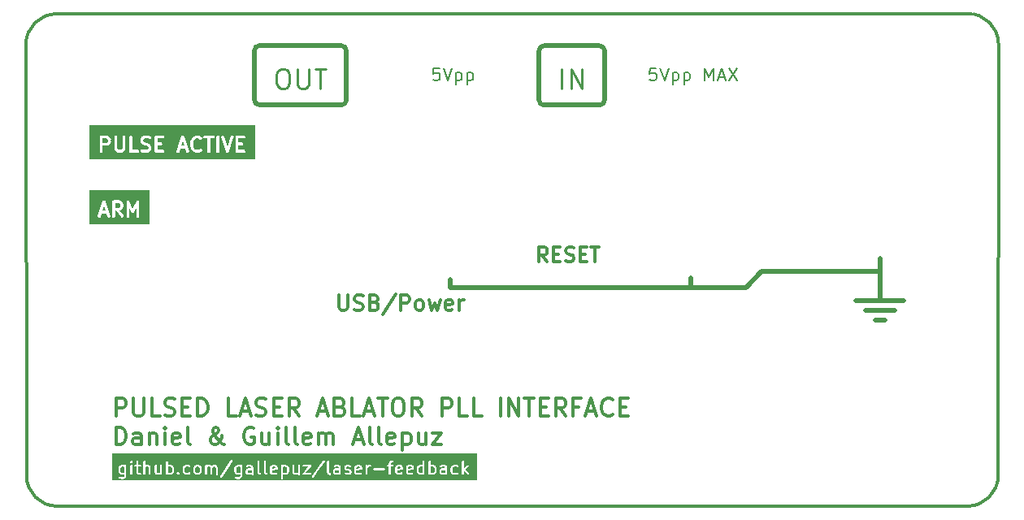
<source format=gbr>
%TF.GenerationSoftware,KiCad,Pcbnew,7.0.2*%
%TF.CreationDate,2023-10-12T23:05:12+02:00*%
%TF.ProjectId,pulse_generator_endplate_v2,70756c73-655f-4676-956e-657261746f72,rev?*%
%TF.SameCoordinates,Original*%
%TF.FileFunction,Legend,Top*%
%TF.FilePolarity,Positive*%
%FSLAX46Y46*%
G04 Gerber Fmt 4.6, Leading zero omitted, Abs format (unit mm)*
G04 Created by KiCad (PCBNEW 7.0.2) date 2023-10-12 23:05:12*
%MOMM*%
%LPD*%
G01*
G04 APERTURE LIST*
%ADD10C,0.200000*%
%ADD11C,0.500000*%
%ADD12C,0.300000*%
%ADD13C,0.250000*%
G04 APERTURE END LIST*
D10*
X157661905Y-70540904D02*
X157042857Y-70540904D01*
X157042857Y-70540904D02*
X156980953Y-71159952D01*
X156980953Y-71159952D02*
X157042857Y-71098047D01*
X157042857Y-71098047D02*
X157166667Y-71036142D01*
X157166667Y-71036142D02*
X157476191Y-71036142D01*
X157476191Y-71036142D02*
X157600000Y-71098047D01*
X157600000Y-71098047D02*
X157661905Y-71159952D01*
X157661905Y-71159952D02*
X157723810Y-71283761D01*
X157723810Y-71283761D02*
X157723810Y-71593285D01*
X157723810Y-71593285D02*
X157661905Y-71717095D01*
X157661905Y-71717095D02*
X157600000Y-71779000D01*
X157600000Y-71779000D02*
X157476191Y-71840904D01*
X157476191Y-71840904D02*
X157166667Y-71840904D01*
X157166667Y-71840904D02*
X157042857Y-71779000D01*
X157042857Y-71779000D02*
X156980953Y-71717095D01*
X158095238Y-70540904D02*
X158528571Y-71840904D01*
X158528571Y-71840904D02*
X158961905Y-70540904D01*
X159395238Y-70974238D02*
X159395238Y-72274238D01*
X159395238Y-71036142D02*
X159519048Y-70974238D01*
X159519048Y-70974238D02*
X159766667Y-70974238D01*
X159766667Y-70974238D02*
X159890476Y-71036142D01*
X159890476Y-71036142D02*
X159952381Y-71098047D01*
X159952381Y-71098047D02*
X160014286Y-71221857D01*
X160014286Y-71221857D02*
X160014286Y-71593285D01*
X160014286Y-71593285D02*
X159952381Y-71717095D01*
X159952381Y-71717095D02*
X159890476Y-71779000D01*
X159890476Y-71779000D02*
X159766667Y-71840904D01*
X159766667Y-71840904D02*
X159519048Y-71840904D01*
X159519048Y-71840904D02*
X159395238Y-71779000D01*
X160571428Y-70974238D02*
X160571428Y-72274238D01*
X160571428Y-71036142D02*
X160695238Y-70974238D01*
X160695238Y-70974238D02*
X160942857Y-70974238D01*
X160942857Y-70974238D02*
X161066666Y-71036142D01*
X161066666Y-71036142D02*
X161128571Y-71098047D01*
X161128571Y-71098047D02*
X161190476Y-71221857D01*
X161190476Y-71221857D02*
X161190476Y-71593285D01*
X161190476Y-71593285D02*
X161128571Y-71717095D01*
X161128571Y-71717095D02*
X161066666Y-71779000D01*
X161066666Y-71779000D02*
X160942857Y-71840904D01*
X160942857Y-71840904D02*
X160695238Y-71840904D01*
X160695238Y-71840904D02*
X160571428Y-71779000D01*
X162738094Y-71840904D02*
X162738094Y-70540904D01*
X162738094Y-70540904D02*
X163171428Y-71469476D01*
X163171428Y-71469476D02*
X163604761Y-70540904D01*
X163604761Y-70540904D02*
X163604761Y-71840904D01*
X164161904Y-71469476D02*
X164780951Y-71469476D01*
X164038094Y-71840904D02*
X164471427Y-70540904D01*
X164471427Y-70540904D02*
X164904761Y-71840904D01*
X165214285Y-70540904D02*
X166080951Y-71840904D01*
X166080951Y-70540904D02*
X165214285Y-71840904D01*
X135076191Y-70540904D02*
X134457143Y-70540904D01*
X134457143Y-70540904D02*
X134395239Y-71159952D01*
X134395239Y-71159952D02*
X134457143Y-71098047D01*
X134457143Y-71098047D02*
X134580953Y-71036142D01*
X134580953Y-71036142D02*
X134890477Y-71036142D01*
X134890477Y-71036142D02*
X135014286Y-71098047D01*
X135014286Y-71098047D02*
X135076191Y-71159952D01*
X135076191Y-71159952D02*
X135138096Y-71283761D01*
X135138096Y-71283761D02*
X135138096Y-71593285D01*
X135138096Y-71593285D02*
X135076191Y-71717095D01*
X135076191Y-71717095D02*
X135014286Y-71779000D01*
X135014286Y-71779000D02*
X134890477Y-71840904D01*
X134890477Y-71840904D02*
X134580953Y-71840904D01*
X134580953Y-71840904D02*
X134457143Y-71779000D01*
X134457143Y-71779000D02*
X134395239Y-71717095D01*
X135509524Y-70540904D02*
X135942857Y-71840904D01*
X135942857Y-71840904D02*
X136376191Y-70540904D01*
X136809524Y-70974238D02*
X136809524Y-72274238D01*
X136809524Y-71036142D02*
X136933334Y-70974238D01*
X136933334Y-70974238D02*
X137180953Y-70974238D01*
X137180953Y-70974238D02*
X137304762Y-71036142D01*
X137304762Y-71036142D02*
X137366667Y-71098047D01*
X137366667Y-71098047D02*
X137428572Y-71221857D01*
X137428572Y-71221857D02*
X137428572Y-71593285D01*
X137428572Y-71593285D02*
X137366667Y-71717095D01*
X137366667Y-71717095D02*
X137304762Y-71779000D01*
X137304762Y-71779000D02*
X137180953Y-71840904D01*
X137180953Y-71840904D02*
X136933334Y-71840904D01*
X136933334Y-71840904D02*
X136809524Y-71779000D01*
X137985714Y-70974238D02*
X137985714Y-72274238D01*
X137985714Y-71036142D02*
X138109524Y-70974238D01*
X138109524Y-70974238D02*
X138357143Y-70974238D01*
X138357143Y-70974238D02*
X138480952Y-71036142D01*
X138480952Y-71036142D02*
X138542857Y-71098047D01*
X138542857Y-71098047D02*
X138604762Y-71221857D01*
X138604762Y-71221857D02*
X138604762Y-71593285D01*
X138604762Y-71593285D02*
X138542857Y-71717095D01*
X138542857Y-71717095D02*
X138480952Y-71779000D01*
X138480952Y-71779000D02*
X138357143Y-71840904D01*
X138357143Y-71840904D02*
X138109524Y-71840904D01*
X138109524Y-71840904D02*
X137985714Y-71779000D01*
D11*
X178500000Y-94750000D02*
X183500000Y-94750000D01*
X145450009Y-73861091D02*
G75*
G03*
X146000000Y-74411091I549991J-9D01*
G01*
X146000000Y-68211092D02*
X151700001Y-68211092D01*
X167000000Y-93400000D02*
X136250000Y-93400000D01*
X181000000Y-91750000D02*
X168650000Y-91750000D01*
X161250000Y-93400000D02*
X161250000Y-92400000D01*
D12*
X95200000Y-64900000D02*
X190137258Y-64862742D01*
D11*
X181000000Y-90400000D02*
X181000000Y-94750000D01*
D12*
X190200000Y-116200000D02*
X95200000Y-116200000D01*
D11*
X116400000Y-68200000D02*
X124800000Y-68200000D01*
D12*
X92062742Y-113000000D02*
X92000000Y-68200000D01*
D11*
X115800000Y-73850000D02*
G75*
G03*
X116350000Y-74400000I550000J0D01*
G01*
X116350001Y-68200001D02*
G75*
G03*
X115800001Y-68750001I-1J-549999D01*
G01*
D12*
X190100000Y-116200000D02*
G75*
G03*
X193300000Y-113000000I0J3200000D01*
G01*
D11*
X146000001Y-68211101D02*
G75*
G03*
X145450001Y-68761092I-1J-549999D01*
G01*
D12*
X92062700Y-113000000D02*
G75*
G03*
X95262742Y-116200000I3200000J0D01*
G01*
D11*
X152300001Y-68761092D02*
X152300001Y-73861092D01*
X168650000Y-91750000D02*
X167000000Y-93400000D01*
X145450000Y-73861091D02*
X145450000Y-68761091D01*
X136250000Y-93400000D02*
X136250000Y-92600000D01*
X146000000Y-74411091D02*
X151700001Y-74411091D01*
X180500000Y-96800000D02*
X181500000Y-96800000D01*
X151750000Y-74411100D02*
G75*
G03*
X152300000Y-73861091I0J550000D01*
G01*
X124849999Y-74399999D02*
G75*
G03*
X125399999Y-73849999I1J549999D01*
G01*
D12*
X95200000Y-64900000D02*
G75*
G03*
X92000000Y-68100000I0J-3200000D01*
G01*
D11*
X179500000Y-95800000D02*
X182500000Y-95800000D01*
X125400000Y-68750000D02*
G75*
G03*
X124850000Y-68200000I-550000J0D01*
G01*
X152300008Y-68761092D02*
G75*
G03*
X151750001Y-68211092I-550008J-8D01*
G01*
D12*
X193337258Y-68062742D02*
X193300000Y-113000000D01*
D11*
X115800000Y-73850000D02*
X115800000Y-68750000D01*
X124800000Y-74400000D02*
X116400000Y-74400000D01*
D12*
X193337258Y-68062742D02*
G75*
G03*
X190137258Y-64862742I-3199958J42D01*
G01*
D11*
X125400000Y-68750000D02*
X125400000Y-73850000D01*
D12*
X101428571Y-109779714D02*
X101428571Y-107979714D01*
X101428571Y-107979714D02*
X101857142Y-107979714D01*
X101857142Y-107979714D02*
X102114285Y-108065428D01*
X102114285Y-108065428D02*
X102285714Y-108236857D01*
X102285714Y-108236857D02*
X102371428Y-108408285D01*
X102371428Y-108408285D02*
X102457142Y-108751142D01*
X102457142Y-108751142D02*
X102457142Y-109008285D01*
X102457142Y-109008285D02*
X102371428Y-109351142D01*
X102371428Y-109351142D02*
X102285714Y-109522571D01*
X102285714Y-109522571D02*
X102114285Y-109694000D01*
X102114285Y-109694000D02*
X101857142Y-109779714D01*
X101857142Y-109779714D02*
X101428571Y-109779714D01*
X104000000Y-109779714D02*
X104000000Y-108836857D01*
X104000000Y-108836857D02*
X103914285Y-108665428D01*
X103914285Y-108665428D02*
X103742857Y-108579714D01*
X103742857Y-108579714D02*
X103400000Y-108579714D01*
X103400000Y-108579714D02*
X103228571Y-108665428D01*
X104000000Y-109694000D02*
X103828571Y-109779714D01*
X103828571Y-109779714D02*
X103400000Y-109779714D01*
X103400000Y-109779714D02*
X103228571Y-109694000D01*
X103228571Y-109694000D02*
X103142857Y-109522571D01*
X103142857Y-109522571D02*
X103142857Y-109351142D01*
X103142857Y-109351142D02*
X103228571Y-109179714D01*
X103228571Y-109179714D02*
X103400000Y-109094000D01*
X103400000Y-109094000D02*
X103828571Y-109094000D01*
X103828571Y-109094000D02*
X104000000Y-109008285D01*
X104857142Y-108579714D02*
X104857142Y-109779714D01*
X104857142Y-108751142D02*
X104942856Y-108665428D01*
X104942856Y-108665428D02*
X105114285Y-108579714D01*
X105114285Y-108579714D02*
X105371428Y-108579714D01*
X105371428Y-108579714D02*
X105542856Y-108665428D01*
X105542856Y-108665428D02*
X105628571Y-108836857D01*
X105628571Y-108836857D02*
X105628571Y-109779714D01*
X106485713Y-109779714D02*
X106485713Y-108579714D01*
X106485713Y-107979714D02*
X106399999Y-108065428D01*
X106399999Y-108065428D02*
X106485713Y-108151142D01*
X106485713Y-108151142D02*
X106571427Y-108065428D01*
X106571427Y-108065428D02*
X106485713Y-107979714D01*
X106485713Y-107979714D02*
X106485713Y-108151142D01*
X108028570Y-109694000D02*
X107857142Y-109779714D01*
X107857142Y-109779714D02*
X107514285Y-109779714D01*
X107514285Y-109779714D02*
X107342856Y-109694000D01*
X107342856Y-109694000D02*
X107257142Y-109522571D01*
X107257142Y-109522571D02*
X107257142Y-108836857D01*
X107257142Y-108836857D02*
X107342856Y-108665428D01*
X107342856Y-108665428D02*
X107514285Y-108579714D01*
X107514285Y-108579714D02*
X107857142Y-108579714D01*
X107857142Y-108579714D02*
X108028570Y-108665428D01*
X108028570Y-108665428D02*
X108114285Y-108836857D01*
X108114285Y-108836857D02*
X108114285Y-109008285D01*
X108114285Y-109008285D02*
X107257142Y-109179714D01*
X109142856Y-109779714D02*
X108971427Y-109694000D01*
X108971427Y-109694000D02*
X108885713Y-109522571D01*
X108885713Y-109522571D02*
X108885713Y-107979714D01*
X112657142Y-109779714D02*
X112571428Y-109779714D01*
X112571428Y-109779714D02*
X112399999Y-109694000D01*
X112399999Y-109694000D02*
X112142856Y-109436857D01*
X112142856Y-109436857D02*
X111714285Y-108922571D01*
X111714285Y-108922571D02*
X111542856Y-108665428D01*
X111542856Y-108665428D02*
X111457142Y-108408285D01*
X111457142Y-108408285D02*
X111457142Y-108236857D01*
X111457142Y-108236857D02*
X111542856Y-108065428D01*
X111542856Y-108065428D02*
X111714285Y-107979714D01*
X111714285Y-107979714D02*
X111799999Y-107979714D01*
X111799999Y-107979714D02*
X111971428Y-108065428D01*
X111971428Y-108065428D02*
X112057142Y-108236857D01*
X112057142Y-108236857D02*
X112057142Y-108322571D01*
X112057142Y-108322571D02*
X111971428Y-108494000D01*
X111971428Y-108494000D02*
X111885713Y-108579714D01*
X111885713Y-108579714D02*
X111371428Y-108922571D01*
X111371428Y-108922571D02*
X111285713Y-109008285D01*
X111285713Y-109008285D02*
X111199999Y-109179714D01*
X111199999Y-109179714D02*
X111199999Y-109436857D01*
X111199999Y-109436857D02*
X111285713Y-109608285D01*
X111285713Y-109608285D02*
X111371428Y-109694000D01*
X111371428Y-109694000D02*
X111542856Y-109779714D01*
X111542856Y-109779714D02*
X111799999Y-109779714D01*
X111799999Y-109779714D02*
X111971428Y-109694000D01*
X111971428Y-109694000D02*
X112057142Y-109608285D01*
X112057142Y-109608285D02*
X112314285Y-109265428D01*
X112314285Y-109265428D02*
X112399999Y-109008285D01*
X112399999Y-109008285D02*
X112399999Y-108836857D01*
X115742856Y-108065428D02*
X115571428Y-107979714D01*
X115571428Y-107979714D02*
X115314285Y-107979714D01*
X115314285Y-107979714D02*
X115057142Y-108065428D01*
X115057142Y-108065428D02*
X114885713Y-108236857D01*
X114885713Y-108236857D02*
X114799999Y-108408285D01*
X114799999Y-108408285D02*
X114714285Y-108751142D01*
X114714285Y-108751142D02*
X114714285Y-109008285D01*
X114714285Y-109008285D02*
X114799999Y-109351142D01*
X114799999Y-109351142D02*
X114885713Y-109522571D01*
X114885713Y-109522571D02*
X115057142Y-109694000D01*
X115057142Y-109694000D02*
X115314285Y-109779714D01*
X115314285Y-109779714D02*
X115485713Y-109779714D01*
X115485713Y-109779714D02*
X115742856Y-109694000D01*
X115742856Y-109694000D02*
X115828570Y-109608285D01*
X115828570Y-109608285D02*
X115828570Y-109008285D01*
X115828570Y-109008285D02*
X115485713Y-109008285D01*
X117371428Y-108579714D02*
X117371428Y-109779714D01*
X116599999Y-108579714D02*
X116599999Y-109522571D01*
X116599999Y-109522571D02*
X116685713Y-109694000D01*
X116685713Y-109694000D02*
X116857142Y-109779714D01*
X116857142Y-109779714D02*
X117114285Y-109779714D01*
X117114285Y-109779714D02*
X117285713Y-109694000D01*
X117285713Y-109694000D02*
X117371428Y-109608285D01*
X118228570Y-109779714D02*
X118228570Y-108579714D01*
X118228570Y-107979714D02*
X118142856Y-108065428D01*
X118142856Y-108065428D02*
X118228570Y-108151142D01*
X118228570Y-108151142D02*
X118314284Y-108065428D01*
X118314284Y-108065428D02*
X118228570Y-107979714D01*
X118228570Y-107979714D02*
X118228570Y-108151142D01*
X119342856Y-109779714D02*
X119171427Y-109694000D01*
X119171427Y-109694000D02*
X119085713Y-109522571D01*
X119085713Y-109522571D02*
X119085713Y-107979714D01*
X120285713Y-109779714D02*
X120114284Y-109694000D01*
X120114284Y-109694000D02*
X120028570Y-109522571D01*
X120028570Y-109522571D02*
X120028570Y-107979714D01*
X121657141Y-109694000D02*
X121485713Y-109779714D01*
X121485713Y-109779714D02*
X121142856Y-109779714D01*
X121142856Y-109779714D02*
X120971427Y-109694000D01*
X120971427Y-109694000D02*
X120885713Y-109522571D01*
X120885713Y-109522571D02*
X120885713Y-108836857D01*
X120885713Y-108836857D02*
X120971427Y-108665428D01*
X120971427Y-108665428D02*
X121142856Y-108579714D01*
X121142856Y-108579714D02*
X121485713Y-108579714D01*
X121485713Y-108579714D02*
X121657141Y-108665428D01*
X121657141Y-108665428D02*
X121742856Y-108836857D01*
X121742856Y-108836857D02*
X121742856Y-109008285D01*
X121742856Y-109008285D02*
X120885713Y-109179714D01*
X122514284Y-109779714D02*
X122514284Y-108579714D01*
X122514284Y-108751142D02*
X122599998Y-108665428D01*
X122599998Y-108665428D02*
X122771427Y-108579714D01*
X122771427Y-108579714D02*
X123028570Y-108579714D01*
X123028570Y-108579714D02*
X123199998Y-108665428D01*
X123199998Y-108665428D02*
X123285713Y-108836857D01*
X123285713Y-108836857D02*
X123285713Y-109779714D01*
X123285713Y-108836857D02*
X123371427Y-108665428D01*
X123371427Y-108665428D02*
X123542855Y-108579714D01*
X123542855Y-108579714D02*
X123799998Y-108579714D01*
X123799998Y-108579714D02*
X123971427Y-108665428D01*
X123971427Y-108665428D02*
X124057141Y-108836857D01*
X124057141Y-108836857D02*
X124057141Y-109779714D01*
X126199999Y-109265428D02*
X127057142Y-109265428D01*
X126028570Y-109779714D02*
X126628570Y-107979714D01*
X126628570Y-107979714D02*
X127228570Y-109779714D01*
X128085713Y-109779714D02*
X127914284Y-109694000D01*
X127914284Y-109694000D02*
X127828570Y-109522571D01*
X127828570Y-109522571D02*
X127828570Y-107979714D01*
X129028570Y-109779714D02*
X128857141Y-109694000D01*
X128857141Y-109694000D02*
X128771427Y-109522571D01*
X128771427Y-109522571D02*
X128771427Y-107979714D01*
X130399998Y-109694000D02*
X130228570Y-109779714D01*
X130228570Y-109779714D02*
X129885713Y-109779714D01*
X129885713Y-109779714D02*
X129714284Y-109694000D01*
X129714284Y-109694000D02*
X129628570Y-109522571D01*
X129628570Y-109522571D02*
X129628570Y-108836857D01*
X129628570Y-108836857D02*
X129714284Y-108665428D01*
X129714284Y-108665428D02*
X129885713Y-108579714D01*
X129885713Y-108579714D02*
X130228570Y-108579714D01*
X130228570Y-108579714D02*
X130399998Y-108665428D01*
X130399998Y-108665428D02*
X130485713Y-108836857D01*
X130485713Y-108836857D02*
X130485713Y-109008285D01*
X130485713Y-109008285D02*
X129628570Y-109179714D01*
X131257141Y-108579714D02*
X131257141Y-110379714D01*
X131257141Y-108665428D02*
X131428570Y-108579714D01*
X131428570Y-108579714D02*
X131771427Y-108579714D01*
X131771427Y-108579714D02*
X131942855Y-108665428D01*
X131942855Y-108665428D02*
X132028570Y-108751142D01*
X132028570Y-108751142D02*
X132114284Y-108922571D01*
X132114284Y-108922571D02*
X132114284Y-109436857D01*
X132114284Y-109436857D02*
X132028570Y-109608285D01*
X132028570Y-109608285D02*
X131942855Y-109694000D01*
X131942855Y-109694000D02*
X131771427Y-109779714D01*
X131771427Y-109779714D02*
X131428570Y-109779714D01*
X131428570Y-109779714D02*
X131257141Y-109694000D01*
X133657141Y-108579714D02*
X133657141Y-109779714D01*
X132885712Y-108579714D02*
X132885712Y-109522571D01*
X132885712Y-109522571D02*
X132971426Y-109694000D01*
X132971426Y-109694000D02*
X133142855Y-109779714D01*
X133142855Y-109779714D02*
X133399998Y-109779714D01*
X133399998Y-109779714D02*
X133571426Y-109694000D01*
X133571426Y-109694000D02*
X133657141Y-109608285D01*
X134342854Y-108579714D02*
X135285712Y-108579714D01*
X135285712Y-108579714D02*
X134342854Y-109779714D01*
X134342854Y-109779714D02*
X135285712Y-109779714D01*
D13*
X118599999Y-70655238D02*
X118980952Y-70655238D01*
X118980952Y-70655238D02*
X119171428Y-70750476D01*
X119171428Y-70750476D02*
X119361904Y-70940952D01*
X119361904Y-70940952D02*
X119457142Y-71321904D01*
X119457142Y-71321904D02*
X119457142Y-71988571D01*
X119457142Y-71988571D02*
X119361904Y-72369523D01*
X119361904Y-72369523D02*
X119171428Y-72560000D01*
X119171428Y-72560000D02*
X118980952Y-72655238D01*
X118980952Y-72655238D02*
X118599999Y-72655238D01*
X118599999Y-72655238D02*
X118409523Y-72560000D01*
X118409523Y-72560000D02*
X118219047Y-72369523D01*
X118219047Y-72369523D02*
X118123809Y-71988571D01*
X118123809Y-71988571D02*
X118123809Y-71321904D01*
X118123809Y-71321904D02*
X118219047Y-70940952D01*
X118219047Y-70940952D02*
X118409523Y-70750476D01*
X118409523Y-70750476D02*
X118599999Y-70655238D01*
X120314285Y-70655238D02*
X120314285Y-72274285D01*
X120314285Y-72274285D02*
X120409523Y-72464761D01*
X120409523Y-72464761D02*
X120504761Y-72560000D01*
X120504761Y-72560000D02*
X120695237Y-72655238D01*
X120695237Y-72655238D02*
X121076190Y-72655238D01*
X121076190Y-72655238D02*
X121266666Y-72560000D01*
X121266666Y-72560000D02*
X121361904Y-72464761D01*
X121361904Y-72464761D02*
X121457142Y-72274285D01*
X121457142Y-72274285D02*
X121457142Y-70655238D01*
X122123809Y-70655238D02*
X123266666Y-70655238D01*
X122695237Y-72655238D02*
X122695237Y-70655238D01*
D12*
X124600000Y-94204190D02*
X124600000Y-95499428D01*
X124600000Y-95499428D02*
X124676190Y-95651809D01*
X124676190Y-95651809D02*
X124752381Y-95728000D01*
X124752381Y-95728000D02*
X124904762Y-95804190D01*
X124904762Y-95804190D02*
X125209524Y-95804190D01*
X125209524Y-95804190D02*
X125361905Y-95728000D01*
X125361905Y-95728000D02*
X125438095Y-95651809D01*
X125438095Y-95651809D02*
X125514286Y-95499428D01*
X125514286Y-95499428D02*
X125514286Y-94204190D01*
X126199999Y-95728000D02*
X126428571Y-95804190D01*
X126428571Y-95804190D02*
X126809523Y-95804190D01*
X126809523Y-95804190D02*
X126961904Y-95728000D01*
X126961904Y-95728000D02*
X127038095Y-95651809D01*
X127038095Y-95651809D02*
X127114285Y-95499428D01*
X127114285Y-95499428D02*
X127114285Y-95347047D01*
X127114285Y-95347047D02*
X127038095Y-95194666D01*
X127038095Y-95194666D02*
X126961904Y-95118476D01*
X126961904Y-95118476D02*
X126809523Y-95042285D01*
X126809523Y-95042285D02*
X126504761Y-94966095D01*
X126504761Y-94966095D02*
X126352380Y-94889904D01*
X126352380Y-94889904D02*
X126276190Y-94813714D01*
X126276190Y-94813714D02*
X126199999Y-94661333D01*
X126199999Y-94661333D02*
X126199999Y-94508952D01*
X126199999Y-94508952D02*
X126276190Y-94356571D01*
X126276190Y-94356571D02*
X126352380Y-94280380D01*
X126352380Y-94280380D02*
X126504761Y-94204190D01*
X126504761Y-94204190D02*
X126885714Y-94204190D01*
X126885714Y-94204190D02*
X127114285Y-94280380D01*
X128333333Y-94966095D02*
X128561905Y-95042285D01*
X128561905Y-95042285D02*
X128638095Y-95118476D01*
X128638095Y-95118476D02*
X128714286Y-95270857D01*
X128714286Y-95270857D02*
X128714286Y-95499428D01*
X128714286Y-95499428D02*
X128638095Y-95651809D01*
X128638095Y-95651809D02*
X128561905Y-95728000D01*
X128561905Y-95728000D02*
X128409524Y-95804190D01*
X128409524Y-95804190D02*
X127800000Y-95804190D01*
X127800000Y-95804190D02*
X127800000Y-94204190D01*
X127800000Y-94204190D02*
X128333333Y-94204190D01*
X128333333Y-94204190D02*
X128485714Y-94280380D01*
X128485714Y-94280380D02*
X128561905Y-94356571D01*
X128561905Y-94356571D02*
X128638095Y-94508952D01*
X128638095Y-94508952D02*
X128638095Y-94661333D01*
X128638095Y-94661333D02*
X128561905Y-94813714D01*
X128561905Y-94813714D02*
X128485714Y-94889904D01*
X128485714Y-94889904D02*
X128333333Y-94966095D01*
X128333333Y-94966095D02*
X127800000Y-94966095D01*
X130542857Y-94128000D02*
X129171428Y-96185142D01*
X131076190Y-95804190D02*
X131076190Y-94204190D01*
X131076190Y-94204190D02*
X131685714Y-94204190D01*
X131685714Y-94204190D02*
X131838095Y-94280380D01*
X131838095Y-94280380D02*
X131914285Y-94356571D01*
X131914285Y-94356571D02*
X131990476Y-94508952D01*
X131990476Y-94508952D02*
X131990476Y-94737523D01*
X131990476Y-94737523D02*
X131914285Y-94889904D01*
X131914285Y-94889904D02*
X131838095Y-94966095D01*
X131838095Y-94966095D02*
X131685714Y-95042285D01*
X131685714Y-95042285D02*
X131076190Y-95042285D01*
X132904761Y-95804190D02*
X132752380Y-95728000D01*
X132752380Y-95728000D02*
X132676190Y-95651809D01*
X132676190Y-95651809D02*
X132599999Y-95499428D01*
X132599999Y-95499428D02*
X132599999Y-95042285D01*
X132599999Y-95042285D02*
X132676190Y-94889904D01*
X132676190Y-94889904D02*
X132752380Y-94813714D01*
X132752380Y-94813714D02*
X132904761Y-94737523D01*
X132904761Y-94737523D02*
X133133333Y-94737523D01*
X133133333Y-94737523D02*
X133285714Y-94813714D01*
X133285714Y-94813714D02*
X133361904Y-94889904D01*
X133361904Y-94889904D02*
X133438095Y-95042285D01*
X133438095Y-95042285D02*
X133438095Y-95499428D01*
X133438095Y-95499428D02*
X133361904Y-95651809D01*
X133361904Y-95651809D02*
X133285714Y-95728000D01*
X133285714Y-95728000D02*
X133133333Y-95804190D01*
X133133333Y-95804190D02*
X132904761Y-95804190D01*
X133971428Y-94737523D02*
X134276190Y-95804190D01*
X134276190Y-95804190D02*
X134580952Y-95042285D01*
X134580952Y-95042285D02*
X134885714Y-95804190D01*
X134885714Y-95804190D02*
X135190476Y-94737523D01*
X136409523Y-95728000D02*
X136257142Y-95804190D01*
X136257142Y-95804190D02*
X135952380Y-95804190D01*
X135952380Y-95804190D02*
X135799999Y-95728000D01*
X135799999Y-95728000D02*
X135723808Y-95575619D01*
X135723808Y-95575619D02*
X135723808Y-94966095D01*
X135723808Y-94966095D02*
X135799999Y-94813714D01*
X135799999Y-94813714D02*
X135952380Y-94737523D01*
X135952380Y-94737523D02*
X136257142Y-94737523D01*
X136257142Y-94737523D02*
X136409523Y-94813714D01*
X136409523Y-94813714D02*
X136485713Y-94966095D01*
X136485713Y-94966095D02*
X136485713Y-95118476D01*
X136485713Y-95118476D02*
X135723808Y-95270857D01*
X137171428Y-95804190D02*
X137171428Y-94737523D01*
X137171428Y-95042285D02*
X137247618Y-94889904D01*
X137247618Y-94889904D02*
X137323809Y-94813714D01*
X137323809Y-94813714D02*
X137476190Y-94737523D01*
X137476190Y-94737523D02*
X137628571Y-94737523D01*
X146321428Y-90716428D02*
X145821428Y-90002142D01*
X145464285Y-90716428D02*
X145464285Y-89216428D01*
X145464285Y-89216428D02*
X146035714Y-89216428D01*
X146035714Y-89216428D02*
X146178571Y-89287857D01*
X146178571Y-89287857D02*
X146250000Y-89359285D01*
X146250000Y-89359285D02*
X146321428Y-89502142D01*
X146321428Y-89502142D02*
X146321428Y-89716428D01*
X146321428Y-89716428D02*
X146250000Y-89859285D01*
X146250000Y-89859285D02*
X146178571Y-89930714D01*
X146178571Y-89930714D02*
X146035714Y-90002142D01*
X146035714Y-90002142D02*
X145464285Y-90002142D01*
X146964285Y-89930714D02*
X147464285Y-89930714D01*
X147678571Y-90716428D02*
X146964285Y-90716428D01*
X146964285Y-90716428D02*
X146964285Y-89216428D01*
X146964285Y-89216428D02*
X147678571Y-89216428D01*
X148250000Y-90645000D02*
X148464286Y-90716428D01*
X148464286Y-90716428D02*
X148821428Y-90716428D01*
X148821428Y-90716428D02*
X148964286Y-90645000D01*
X148964286Y-90645000D02*
X149035714Y-90573571D01*
X149035714Y-90573571D02*
X149107143Y-90430714D01*
X149107143Y-90430714D02*
X149107143Y-90287857D01*
X149107143Y-90287857D02*
X149035714Y-90145000D01*
X149035714Y-90145000D02*
X148964286Y-90073571D01*
X148964286Y-90073571D02*
X148821428Y-90002142D01*
X148821428Y-90002142D02*
X148535714Y-89930714D01*
X148535714Y-89930714D02*
X148392857Y-89859285D01*
X148392857Y-89859285D02*
X148321428Y-89787857D01*
X148321428Y-89787857D02*
X148250000Y-89645000D01*
X148250000Y-89645000D02*
X148250000Y-89502142D01*
X148250000Y-89502142D02*
X148321428Y-89359285D01*
X148321428Y-89359285D02*
X148392857Y-89287857D01*
X148392857Y-89287857D02*
X148535714Y-89216428D01*
X148535714Y-89216428D02*
X148892857Y-89216428D01*
X148892857Y-89216428D02*
X149107143Y-89287857D01*
X149749999Y-89930714D02*
X150249999Y-89930714D01*
X150464285Y-90716428D02*
X149749999Y-90716428D01*
X149749999Y-90716428D02*
X149749999Y-89216428D01*
X149749999Y-89216428D02*
X150464285Y-89216428D01*
X150892857Y-89216428D02*
X151750000Y-89216428D01*
X151321428Y-90716428D02*
X151321428Y-89216428D01*
X101428571Y-106779714D02*
X101428571Y-104979714D01*
X101428571Y-104979714D02*
X102114285Y-104979714D01*
X102114285Y-104979714D02*
X102285714Y-105065428D01*
X102285714Y-105065428D02*
X102371428Y-105151142D01*
X102371428Y-105151142D02*
X102457142Y-105322571D01*
X102457142Y-105322571D02*
X102457142Y-105579714D01*
X102457142Y-105579714D02*
X102371428Y-105751142D01*
X102371428Y-105751142D02*
X102285714Y-105836857D01*
X102285714Y-105836857D02*
X102114285Y-105922571D01*
X102114285Y-105922571D02*
X101428571Y-105922571D01*
X103228571Y-104979714D02*
X103228571Y-106436857D01*
X103228571Y-106436857D02*
X103314285Y-106608285D01*
X103314285Y-106608285D02*
X103400000Y-106694000D01*
X103400000Y-106694000D02*
X103571428Y-106779714D01*
X103571428Y-106779714D02*
X103914285Y-106779714D01*
X103914285Y-106779714D02*
X104085714Y-106694000D01*
X104085714Y-106694000D02*
X104171428Y-106608285D01*
X104171428Y-106608285D02*
X104257142Y-106436857D01*
X104257142Y-106436857D02*
X104257142Y-104979714D01*
X105971428Y-106779714D02*
X105114285Y-106779714D01*
X105114285Y-106779714D02*
X105114285Y-104979714D01*
X106485714Y-106694000D02*
X106742857Y-106779714D01*
X106742857Y-106779714D02*
X107171428Y-106779714D01*
X107171428Y-106779714D02*
X107342857Y-106694000D01*
X107342857Y-106694000D02*
X107428571Y-106608285D01*
X107428571Y-106608285D02*
X107514285Y-106436857D01*
X107514285Y-106436857D02*
X107514285Y-106265428D01*
X107514285Y-106265428D02*
X107428571Y-106094000D01*
X107428571Y-106094000D02*
X107342857Y-106008285D01*
X107342857Y-106008285D02*
X107171428Y-105922571D01*
X107171428Y-105922571D02*
X106828571Y-105836857D01*
X106828571Y-105836857D02*
X106657142Y-105751142D01*
X106657142Y-105751142D02*
X106571428Y-105665428D01*
X106571428Y-105665428D02*
X106485714Y-105494000D01*
X106485714Y-105494000D02*
X106485714Y-105322571D01*
X106485714Y-105322571D02*
X106571428Y-105151142D01*
X106571428Y-105151142D02*
X106657142Y-105065428D01*
X106657142Y-105065428D02*
X106828571Y-104979714D01*
X106828571Y-104979714D02*
X107257142Y-104979714D01*
X107257142Y-104979714D02*
X107514285Y-105065428D01*
X108285714Y-105836857D02*
X108885714Y-105836857D01*
X109142857Y-106779714D02*
X108285714Y-106779714D01*
X108285714Y-106779714D02*
X108285714Y-104979714D01*
X108285714Y-104979714D02*
X109142857Y-104979714D01*
X109914285Y-106779714D02*
X109914285Y-104979714D01*
X109914285Y-104979714D02*
X110342856Y-104979714D01*
X110342856Y-104979714D02*
X110599999Y-105065428D01*
X110599999Y-105065428D02*
X110771428Y-105236857D01*
X110771428Y-105236857D02*
X110857142Y-105408285D01*
X110857142Y-105408285D02*
X110942856Y-105751142D01*
X110942856Y-105751142D02*
X110942856Y-106008285D01*
X110942856Y-106008285D02*
X110857142Y-106351142D01*
X110857142Y-106351142D02*
X110771428Y-106522571D01*
X110771428Y-106522571D02*
X110599999Y-106694000D01*
X110599999Y-106694000D02*
X110342856Y-106779714D01*
X110342856Y-106779714D02*
X109914285Y-106779714D01*
X113942857Y-106779714D02*
X113085714Y-106779714D01*
X113085714Y-106779714D02*
X113085714Y-104979714D01*
X114457143Y-106265428D02*
X115314286Y-106265428D01*
X114285714Y-106779714D02*
X114885714Y-104979714D01*
X114885714Y-104979714D02*
X115485714Y-106779714D01*
X116000000Y-106694000D02*
X116257143Y-106779714D01*
X116257143Y-106779714D02*
X116685714Y-106779714D01*
X116685714Y-106779714D02*
X116857143Y-106694000D01*
X116857143Y-106694000D02*
X116942857Y-106608285D01*
X116942857Y-106608285D02*
X117028571Y-106436857D01*
X117028571Y-106436857D02*
X117028571Y-106265428D01*
X117028571Y-106265428D02*
X116942857Y-106094000D01*
X116942857Y-106094000D02*
X116857143Y-106008285D01*
X116857143Y-106008285D02*
X116685714Y-105922571D01*
X116685714Y-105922571D02*
X116342857Y-105836857D01*
X116342857Y-105836857D02*
X116171428Y-105751142D01*
X116171428Y-105751142D02*
X116085714Y-105665428D01*
X116085714Y-105665428D02*
X116000000Y-105494000D01*
X116000000Y-105494000D02*
X116000000Y-105322571D01*
X116000000Y-105322571D02*
X116085714Y-105151142D01*
X116085714Y-105151142D02*
X116171428Y-105065428D01*
X116171428Y-105065428D02*
X116342857Y-104979714D01*
X116342857Y-104979714D02*
X116771428Y-104979714D01*
X116771428Y-104979714D02*
X117028571Y-105065428D01*
X117800000Y-105836857D02*
X118400000Y-105836857D01*
X118657143Y-106779714D02*
X117800000Y-106779714D01*
X117800000Y-106779714D02*
X117800000Y-104979714D01*
X117800000Y-104979714D02*
X118657143Y-104979714D01*
X120457142Y-106779714D02*
X119857142Y-105922571D01*
X119428571Y-106779714D02*
X119428571Y-104979714D01*
X119428571Y-104979714D02*
X120114285Y-104979714D01*
X120114285Y-104979714D02*
X120285714Y-105065428D01*
X120285714Y-105065428D02*
X120371428Y-105151142D01*
X120371428Y-105151142D02*
X120457142Y-105322571D01*
X120457142Y-105322571D02*
X120457142Y-105579714D01*
X120457142Y-105579714D02*
X120371428Y-105751142D01*
X120371428Y-105751142D02*
X120285714Y-105836857D01*
X120285714Y-105836857D02*
X120114285Y-105922571D01*
X120114285Y-105922571D02*
X119428571Y-105922571D01*
X122514286Y-106265428D02*
X123371429Y-106265428D01*
X122342857Y-106779714D02*
X122942857Y-104979714D01*
X122942857Y-104979714D02*
X123542857Y-106779714D01*
X124742857Y-105836857D02*
X125000000Y-105922571D01*
X125000000Y-105922571D02*
X125085714Y-106008285D01*
X125085714Y-106008285D02*
X125171428Y-106179714D01*
X125171428Y-106179714D02*
X125171428Y-106436857D01*
X125171428Y-106436857D02*
X125085714Y-106608285D01*
X125085714Y-106608285D02*
X125000000Y-106694000D01*
X125000000Y-106694000D02*
X124828571Y-106779714D01*
X124828571Y-106779714D02*
X124142857Y-106779714D01*
X124142857Y-106779714D02*
X124142857Y-104979714D01*
X124142857Y-104979714D02*
X124742857Y-104979714D01*
X124742857Y-104979714D02*
X124914286Y-105065428D01*
X124914286Y-105065428D02*
X125000000Y-105151142D01*
X125000000Y-105151142D02*
X125085714Y-105322571D01*
X125085714Y-105322571D02*
X125085714Y-105494000D01*
X125085714Y-105494000D02*
X125000000Y-105665428D01*
X125000000Y-105665428D02*
X124914286Y-105751142D01*
X124914286Y-105751142D02*
X124742857Y-105836857D01*
X124742857Y-105836857D02*
X124142857Y-105836857D01*
X126800000Y-106779714D02*
X125942857Y-106779714D01*
X125942857Y-106779714D02*
X125942857Y-104979714D01*
X127314286Y-106265428D02*
X128171429Y-106265428D01*
X127142857Y-106779714D02*
X127742857Y-104979714D01*
X127742857Y-104979714D02*
X128342857Y-106779714D01*
X128685714Y-104979714D02*
X129714286Y-104979714D01*
X129200000Y-106779714D02*
X129200000Y-104979714D01*
X130657143Y-104979714D02*
X131000000Y-104979714D01*
X131000000Y-104979714D02*
X131171429Y-105065428D01*
X131171429Y-105065428D02*
X131342857Y-105236857D01*
X131342857Y-105236857D02*
X131428572Y-105579714D01*
X131428572Y-105579714D02*
X131428572Y-106179714D01*
X131428572Y-106179714D02*
X131342857Y-106522571D01*
X131342857Y-106522571D02*
X131171429Y-106694000D01*
X131171429Y-106694000D02*
X131000000Y-106779714D01*
X131000000Y-106779714D02*
X130657143Y-106779714D01*
X130657143Y-106779714D02*
X130485715Y-106694000D01*
X130485715Y-106694000D02*
X130314286Y-106522571D01*
X130314286Y-106522571D02*
X130228572Y-106179714D01*
X130228572Y-106179714D02*
X130228572Y-105579714D01*
X130228572Y-105579714D02*
X130314286Y-105236857D01*
X130314286Y-105236857D02*
X130485715Y-105065428D01*
X130485715Y-105065428D02*
X130657143Y-104979714D01*
X133228571Y-106779714D02*
X132628571Y-105922571D01*
X132200000Y-106779714D02*
X132200000Y-104979714D01*
X132200000Y-104979714D02*
X132885714Y-104979714D01*
X132885714Y-104979714D02*
X133057143Y-105065428D01*
X133057143Y-105065428D02*
X133142857Y-105151142D01*
X133142857Y-105151142D02*
X133228571Y-105322571D01*
X133228571Y-105322571D02*
X133228571Y-105579714D01*
X133228571Y-105579714D02*
X133142857Y-105751142D01*
X133142857Y-105751142D02*
X133057143Y-105836857D01*
X133057143Y-105836857D02*
X132885714Y-105922571D01*
X132885714Y-105922571D02*
X132200000Y-105922571D01*
X135371429Y-106779714D02*
X135371429Y-104979714D01*
X135371429Y-104979714D02*
X136057143Y-104979714D01*
X136057143Y-104979714D02*
X136228572Y-105065428D01*
X136228572Y-105065428D02*
X136314286Y-105151142D01*
X136314286Y-105151142D02*
X136400000Y-105322571D01*
X136400000Y-105322571D02*
X136400000Y-105579714D01*
X136400000Y-105579714D02*
X136314286Y-105751142D01*
X136314286Y-105751142D02*
X136228572Y-105836857D01*
X136228572Y-105836857D02*
X136057143Y-105922571D01*
X136057143Y-105922571D02*
X135371429Y-105922571D01*
X138028572Y-106779714D02*
X137171429Y-106779714D01*
X137171429Y-106779714D02*
X137171429Y-104979714D01*
X139485715Y-106779714D02*
X138628572Y-106779714D01*
X138628572Y-106779714D02*
X138628572Y-104979714D01*
X141457144Y-106779714D02*
X141457144Y-104979714D01*
X142314287Y-106779714D02*
X142314287Y-104979714D01*
X142314287Y-104979714D02*
X143342858Y-106779714D01*
X143342858Y-106779714D02*
X143342858Y-104979714D01*
X143942858Y-104979714D02*
X144971430Y-104979714D01*
X144457144Y-106779714D02*
X144457144Y-104979714D01*
X145571430Y-105836857D02*
X146171430Y-105836857D01*
X146428573Y-106779714D02*
X145571430Y-106779714D01*
X145571430Y-106779714D02*
X145571430Y-104979714D01*
X145571430Y-104979714D02*
X146428573Y-104979714D01*
X148228572Y-106779714D02*
X147628572Y-105922571D01*
X147200001Y-106779714D02*
X147200001Y-104979714D01*
X147200001Y-104979714D02*
X147885715Y-104979714D01*
X147885715Y-104979714D02*
X148057144Y-105065428D01*
X148057144Y-105065428D02*
X148142858Y-105151142D01*
X148142858Y-105151142D02*
X148228572Y-105322571D01*
X148228572Y-105322571D02*
X148228572Y-105579714D01*
X148228572Y-105579714D02*
X148142858Y-105751142D01*
X148142858Y-105751142D02*
X148057144Y-105836857D01*
X148057144Y-105836857D02*
X147885715Y-105922571D01*
X147885715Y-105922571D02*
X147200001Y-105922571D01*
X149600001Y-105836857D02*
X149000001Y-105836857D01*
X149000001Y-106779714D02*
X149000001Y-104979714D01*
X149000001Y-104979714D02*
X149857144Y-104979714D01*
X150457144Y-106265428D02*
X151314287Y-106265428D01*
X150285715Y-106779714D02*
X150885715Y-104979714D01*
X150885715Y-104979714D02*
X151485715Y-106779714D01*
X153114286Y-106608285D02*
X153028572Y-106694000D01*
X153028572Y-106694000D02*
X152771429Y-106779714D01*
X152771429Y-106779714D02*
X152600001Y-106779714D01*
X152600001Y-106779714D02*
X152342858Y-106694000D01*
X152342858Y-106694000D02*
X152171429Y-106522571D01*
X152171429Y-106522571D02*
X152085715Y-106351142D01*
X152085715Y-106351142D02*
X152000001Y-106008285D01*
X152000001Y-106008285D02*
X152000001Y-105751142D01*
X152000001Y-105751142D02*
X152085715Y-105408285D01*
X152085715Y-105408285D02*
X152171429Y-105236857D01*
X152171429Y-105236857D02*
X152342858Y-105065428D01*
X152342858Y-105065428D02*
X152600001Y-104979714D01*
X152600001Y-104979714D02*
X152771429Y-104979714D01*
X152771429Y-104979714D02*
X153028572Y-105065428D01*
X153028572Y-105065428D02*
X153114286Y-105151142D01*
X153885715Y-105836857D02*
X154485715Y-105836857D01*
X154742858Y-106779714D02*
X153885715Y-106779714D01*
X153885715Y-106779714D02*
X153885715Y-104979714D01*
X153885715Y-104979714D02*
X154742858Y-104979714D01*
G36*
X100291886Y-85387857D02*
G01*
X99993828Y-85387857D01*
X100142857Y-84940769D01*
X100291886Y-85387857D01*
G37*
G36*
X101768289Y-84661135D02*
G01*
X101805292Y-84698138D01*
X101849999Y-84787552D01*
X101849999Y-84931018D01*
X101805292Y-85020432D01*
X101768287Y-85057436D01*
X101678875Y-85102142D01*
X101507752Y-85102142D01*
X101471653Y-85098401D01*
X101464250Y-85102142D01*
X101292856Y-85102142D01*
X101292856Y-84616428D01*
X101678874Y-84616428D01*
X101768289Y-84661135D01*
G37*
G36*
X104889286Y-86814286D02*
G01*
X98610714Y-86814286D01*
X98610714Y-86005022D01*
X99491362Y-86005022D01*
X99536277Y-86080799D01*
X99615031Y-86120265D01*
X99702617Y-86110888D01*
X99771232Y-86055646D01*
X99893828Y-85687857D01*
X100391886Y-85687857D01*
X100507375Y-86034324D01*
X100544818Y-86088200D01*
X100626216Y-86121872D01*
X100712898Y-86106194D01*
X100777341Y-86046140D01*
X100799087Y-85960778D01*
X100653523Y-85524085D01*
X100654742Y-85515608D01*
X100639766Y-85482817D01*
X100570291Y-85274391D01*
X100988114Y-85274391D01*
X100992856Y-85284774D01*
X100992856Y-85987996D01*
X101011340Y-86050948D01*
X101077913Y-86108633D01*
X101165105Y-86121170D01*
X101245232Y-86084577D01*
X101292856Y-86010472D01*
X101292856Y-85402142D01*
X101421901Y-85402142D01*
X101889483Y-86070116D01*
X101940726Y-86111089D01*
X102028345Y-86120169D01*
X102106965Y-86080439D01*
X102151623Y-86004511D01*
X102148141Y-85916491D01*
X101779189Y-85389417D01*
X101798805Y-85383658D01*
X101808086Y-85372946D01*
X101907402Y-85323288D01*
X101932064Y-85317924D01*
X101961275Y-85288712D01*
X101991555Y-85260547D01*
X101992281Y-85257706D01*
X102021338Y-85228649D01*
X102043038Y-85215761D01*
X102061512Y-85178811D01*
X102081332Y-85142516D01*
X102081122Y-85139591D01*
X102130551Y-85040733D01*
X102149999Y-85010472D01*
X102149999Y-84979820D01*
X102155429Y-84949646D01*
X102149999Y-84936553D01*
X102149999Y-84760218D01*
X102153860Y-84724455D01*
X102140152Y-84697040D01*
X102131515Y-84667622D01*
X102120803Y-84658340D01*
X102071145Y-84559022D01*
X102065780Y-84534362D01*
X102036572Y-84505154D01*
X102022428Y-84489949D01*
X102488303Y-84489949D01*
X102492856Y-84499705D01*
X102492856Y-85987996D01*
X102511340Y-86050948D01*
X102577913Y-86108633D01*
X102665105Y-86121170D01*
X102745232Y-86084577D01*
X102792856Y-86010472D01*
X102792855Y-85142563D01*
X103006410Y-85600181D01*
X103023869Y-85639257D01*
X103043727Y-85652251D01*
X103059421Y-85670064D01*
X103079828Y-85675874D01*
X103097580Y-85687490D01*
X103121313Y-85687685D01*
X103144142Y-85694185D01*
X103164449Y-85688040D01*
X103185664Y-85688215D01*
X103205735Y-85675547D01*
X103228456Y-85668673D01*
X103242218Y-85652523D01*
X103260158Y-85641202D01*
X103270193Y-85619696D01*
X103285591Y-85601629D01*
X103288437Y-85580602D01*
X103492856Y-85142562D01*
X103492856Y-85987996D01*
X103511340Y-86050948D01*
X103577913Y-86108633D01*
X103665105Y-86121170D01*
X103745232Y-86084577D01*
X103792856Y-86010472D01*
X103792856Y-84477779D01*
X103797776Y-84445453D01*
X103783932Y-84414467D01*
X103774372Y-84381908D01*
X103766235Y-84374857D01*
X103761843Y-84365027D01*
X103733442Y-84346442D01*
X103707799Y-84324223D01*
X103697144Y-84322691D01*
X103688133Y-84316794D01*
X103654191Y-84316515D01*
X103620607Y-84311686D01*
X103610813Y-84316158D01*
X103600048Y-84316070D01*
X103571351Y-84334180D01*
X103540480Y-84348279D01*
X103534658Y-84357336D01*
X103525554Y-84363083D01*
X103511202Y-84393835D01*
X103492856Y-84422384D01*
X103492856Y-84433150D01*
X103142856Y-85183151D01*
X102783583Y-84413281D01*
X102774372Y-84381908D01*
X102748725Y-84359685D01*
X102726291Y-84334221D01*
X102715934Y-84331272D01*
X102707799Y-84324223D01*
X102674208Y-84319393D01*
X102641570Y-84310101D01*
X102631266Y-84313218D01*
X102620607Y-84311686D01*
X102589735Y-84325784D01*
X102557256Y-84335612D01*
X102550272Y-84343806D01*
X102540480Y-84348279D01*
X102522134Y-84376824D01*
X102500121Y-84402657D01*
X102498676Y-84413327D01*
X102492856Y-84422384D01*
X102492856Y-84456318D01*
X102488303Y-84489949D01*
X102022428Y-84489949D01*
X102008404Y-84474872D01*
X102005563Y-84474145D01*
X101976505Y-84445088D01*
X101963618Y-84423390D01*
X101926668Y-84404915D01*
X101890372Y-84385096D01*
X101887448Y-84385305D01*
X101788594Y-84335878D01*
X101758329Y-84316428D01*
X101727676Y-84316428D01*
X101697504Y-84310998D01*
X101684412Y-84316428D01*
X101153587Y-84316428D01*
X101120607Y-84311686D01*
X101090300Y-84325526D01*
X101058336Y-84334912D01*
X101050861Y-84343537D01*
X101040480Y-84348279D01*
X101022467Y-84376306D01*
X101000651Y-84401485D01*
X100999026Y-84412782D01*
X100992856Y-84422384D01*
X100992856Y-84455697D01*
X100988114Y-84488677D01*
X100992856Y-84499060D01*
X100992856Y-85241411D01*
X100988114Y-85274391D01*
X100570291Y-85274391D01*
X100293740Y-84444737D01*
X100294352Y-84427834D01*
X100280079Y-84403754D01*
X100278339Y-84398533D01*
X100269132Y-84385285D01*
X100249437Y-84352057D01*
X100244223Y-84349444D01*
X100240896Y-84344656D01*
X100205215Y-84329896D01*
X100170684Y-84312591D01*
X100164883Y-84313211D01*
X100159498Y-84310984D01*
X100121506Y-84317855D01*
X100083097Y-84321968D01*
X100078554Y-84325624D01*
X100072816Y-84326663D01*
X100044559Y-84352994D01*
X100014482Y-84377210D01*
X100012638Y-84382741D01*
X100008373Y-84386716D01*
X99998840Y-84424133D01*
X99652835Y-85462150D01*
X99643509Y-85472914D01*
X99639155Y-85503189D01*
X99493734Y-85939455D01*
X99491362Y-86005022D01*
X98610714Y-86005022D01*
X98610714Y-83235714D01*
X104889286Y-83235714D01*
X104889286Y-86814286D01*
G37*
G36*
X108506172Y-78637857D02*
G01*
X108208114Y-78637857D01*
X108357143Y-78190769D01*
X108506172Y-78637857D01*
G37*
G36*
X100482575Y-77911135D02*
G01*
X100519578Y-77948138D01*
X100564285Y-78037552D01*
X100564285Y-78181018D01*
X100519578Y-78270432D01*
X100482573Y-78307436D01*
X100393161Y-78352142D01*
X100007142Y-78352142D01*
X100007142Y-77866428D01*
X100393160Y-77866428D01*
X100482575Y-77911135D01*
G37*
G36*
X115889286Y-80064286D02*
G01*
X98610714Y-80064286D01*
X98610714Y-78524391D01*
X99702400Y-78524391D01*
X99707142Y-78534774D01*
X99707142Y-79237996D01*
X99725626Y-79300948D01*
X99792199Y-79358633D01*
X99879391Y-79371170D01*
X99959518Y-79334577D01*
X100007142Y-79260472D01*
X100007142Y-78958402D01*
X101203281Y-78958402D01*
X101216988Y-78985816D01*
X101225626Y-79015234D01*
X101236338Y-79024516D01*
X101285995Y-79123829D01*
X101291361Y-79148493D01*
X101320581Y-79177713D01*
X101348738Y-79207984D01*
X101351578Y-79208710D01*
X101380635Y-79237767D01*
X101393524Y-79259467D01*
X101430473Y-79277941D01*
X101466769Y-79297761D01*
X101469693Y-79297551D01*
X101568551Y-79346980D01*
X101598813Y-79366428D01*
X101629465Y-79366428D01*
X101659639Y-79371858D01*
X101672731Y-79366428D01*
X101920495Y-79366428D01*
X101956258Y-79370289D01*
X101983672Y-79356581D01*
X102013091Y-79347944D01*
X102022372Y-79337232D01*
X102121688Y-79287574D01*
X102146350Y-79282210D01*
X102175561Y-79252998D01*
X102190957Y-79238677D01*
X102773829Y-79238677D01*
X102787669Y-79268983D01*
X102797055Y-79300948D01*
X102805680Y-79308422D01*
X102810422Y-79318804D01*
X102838449Y-79336816D01*
X102863628Y-79358633D01*
X102874925Y-79360257D01*
X102884527Y-79366428D01*
X102917840Y-79366428D01*
X102950820Y-79371170D01*
X102961203Y-79366428D01*
X103664425Y-79366428D01*
X103727377Y-79347944D01*
X103785062Y-79281371D01*
X103797599Y-79194179D01*
X103761006Y-79114052D01*
X103686901Y-79066428D01*
X103078571Y-79066428D01*
X103078571Y-78018924D01*
X103915999Y-78018924D01*
X103921429Y-78032016D01*
X103921429Y-78136923D01*
X103917568Y-78172687D01*
X103931275Y-78200101D01*
X103939913Y-78229520D01*
X103950624Y-78238801D01*
X104000282Y-78338119D01*
X104005648Y-78362780D01*
X104034852Y-78391983D01*
X104063024Y-78422270D01*
X104065865Y-78422996D01*
X104094919Y-78452049D01*
X104107809Y-78473752D01*
X104144783Y-78492239D01*
X104181056Y-78512046D01*
X104183978Y-78511836D01*
X104266164Y-78552929D01*
X104278034Y-78565553D01*
X104304787Y-78572241D01*
X104309351Y-78574523D01*
X104325641Y-78577454D01*
X104590500Y-78643669D01*
X104696862Y-78696849D01*
X104733865Y-78733853D01*
X104778572Y-78823266D01*
X104778572Y-78895304D01*
X104733865Y-78984716D01*
X104696860Y-79021722D01*
X104607448Y-79066428D01*
X104310057Y-79066428D01*
X104098402Y-78995877D01*
X104032835Y-78993506D01*
X103957058Y-79038421D01*
X103917592Y-79117174D01*
X103926969Y-79204761D01*
X103982211Y-79273375D01*
X104220440Y-79352783D01*
X104241671Y-79366428D01*
X104282994Y-79366428D01*
X104324309Y-79367922D01*
X104326830Y-79366428D01*
X104634784Y-79366428D01*
X104670544Y-79370289D01*
X104697959Y-79356581D01*
X104727377Y-79347944D01*
X104736658Y-79337232D01*
X104835977Y-79287574D01*
X104860638Y-79282209D01*
X104889836Y-79253010D01*
X104905245Y-79238677D01*
X105416686Y-79238677D01*
X105430526Y-79268983D01*
X105439912Y-79300948D01*
X105448537Y-79308422D01*
X105453279Y-79318804D01*
X105481306Y-79336816D01*
X105506485Y-79358633D01*
X105517782Y-79360257D01*
X105527384Y-79366428D01*
X105560697Y-79366428D01*
X105593677Y-79371170D01*
X105604060Y-79366428D01*
X106307282Y-79366428D01*
X106370234Y-79347944D01*
X106427919Y-79281371D01*
X106431708Y-79255022D01*
X107705648Y-79255022D01*
X107750563Y-79330799D01*
X107829317Y-79370265D01*
X107916903Y-79360888D01*
X107985518Y-79305646D01*
X108108114Y-78937857D01*
X108606172Y-78937857D01*
X108721661Y-79284324D01*
X108759104Y-79338200D01*
X108840502Y-79371872D01*
X108927184Y-79356194D01*
X108991627Y-79296140D01*
X109013373Y-79210778D01*
X108867809Y-78774085D01*
X108869028Y-78765608D01*
X108854052Y-78732817D01*
X108798854Y-78567222D01*
X109129510Y-78567222D01*
X109135713Y-78592037D01*
X109135714Y-78595139D01*
X109140932Y-78612912D01*
X109205140Y-78869744D01*
X109203281Y-78886973D01*
X109215614Y-78911640D01*
X109216852Y-78916589D01*
X109225225Y-78930861D01*
X109285995Y-79052400D01*
X109291361Y-79077064D01*
X109320585Y-79106289D01*
X109348738Y-79136555D01*
X109351577Y-79137281D01*
X109459652Y-79245357D01*
X109482210Y-79273375D01*
X109511289Y-79283068D01*
X109538196Y-79297760D01*
X109552332Y-79296748D01*
X109720439Y-79352783D01*
X109741670Y-79366428D01*
X109782993Y-79366428D01*
X109824308Y-79367922D01*
X109826829Y-79366428D01*
X109909766Y-79366428D01*
X109934221Y-79372658D01*
X109973409Y-79359595D01*
X110013091Y-79347944D01*
X110015010Y-79345728D01*
X110182628Y-79289856D01*
X110217780Y-79282209D01*
X110239452Y-79260536D01*
X110264628Y-79243040D01*
X110270046Y-79229941D01*
X110335602Y-79164385D01*
X110367046Y-79106801D01*
X110360760Y-79018938D01*
X110307971Y-78948419D01*
X110225437Y-78917636D01*
X110139362Y-78936362D01*
X110061828Y-79013895D01*
X109904230Y-79066428D01*
X109810056Y-79066428D01*
X109652455Y-79013895D01*
X109551848Y-78913286D01*
X109498670Y-78806932D01*
X109435714Y-78555106D01*
X109435714Y-78377749D01*
X109498668Y-78125928D01*
X109551848Y-78019568D01*
X109652455Y-77918961D01*
X109810055Y-77866428D01*
X109904230Y-77866428D01*
X110061830Y-77918962D01*
X110123470Y-77980602D01*
X110181053Y-78012045D01*
X110268917Y-78005760D01*
X110339436Y-77952971D01*
X110370219Y-77870438D01*
X110351495Y-77784362D01*
X110305810Y-77738677D01*
X110488115Y-77738677D01*
X110524708Y-77818804D01*
X110598813Y-77866428D01*
X110921428Y-77866428D01*
X110921428Y-79237996D01*
X110939912Y-79300948D01*
X111006485Y-79358633D01*
X111093677Y-79371170D01*
X111173804Y-79334577D01*
X111221428Y-79260472D01*
X111221428Y-79237996D01*
X111849999Y-79237996D01*
X111868483Y-79300948D01*
X111935056Y-79358633D01*
X112022248Y-79371170D01*
X112102375Y-79334577D01*
X112149999Y-79260472D01*
X112149999Y-77722078D01*
X112343770Y-77722078D01*
X112849116Y-79238119D01*
X112848505Y-79255022D01*
X112862776Y-79279100D01*
X112864518Y-79284324D01*
X112873727Y-79297575D01*
X112893420Y-79330799D01*
X112898632Y-79333411D01*
X112901961Y-79338200D01*
X112937644Y-79352961D01*
X112972174Y-79370265D01*
X112977973Y-79369644D01*
X112983359Y-79371872D01*
X113021356Y-79364999D01*
X113059760Y-79360888D01*
X113064300Y-79357232D01*
X113070041Y-79356194D01*
X113098301Y-79329858D01*
X113128375Y-79305646D01*
X113130218Y-79300114D01*
X113134484Y-79296140D01*
X113144016Y-79258722D01*
X113150698Y-79238677D01*
X113845257Y-79238677D01*
X113859097Y-79268983D01*
X113868483Y-79300948D01*
X113877108Y-79308422D01*
X113881850Y-79318804D01*
X113909877Y-79336816D01*
X113935056Y-79358633D01*
X113946353Y-79360257D01*
X113955955Y-79366428D01*
X113989268Y-79366428D01*
X114022248Y-79371170D01*
X114032631Y-79366428D01*
X114735853Y-79366428D01*
X114798805Y-79347944D01*
X114856490Y-79281371D01*
X114869027Y-79194179D01*
X114832434Y-79114052D01*
X114758329Y-79066428D01*
X114149999Y-79066428D01*
X114149999Y-78580714D01*
X114521567Y-78580714D01*
X114584519Y-78562230D01*
X114642204Y-78495657D01*
X114654741Y-78408465D01*
X114618148Y-78328338D01*
X114544043Y-78280714D01*
X114149999Y-78280714D01*
X114149999Y-77866428D01*
X114735853Y-77866428D01*
X114798805Y-77847944D01*
X114856490Y-77781371D01*
X114869027Y-77694179D01*
X114832434Y-77614052D01*
X114758329Y-77566428D01*
X114010730Y-77566428D01*
X113977750Y-77561686D01*
X113947443Y-77575526D01*
X113915479Y-77584912D01*
X113908004Y-77593537D01*
X113897623Y-77598279D01*
X113879610Y-77626306D01*
X113857794Y-77651485D01*
X113856169Y-77662782D01*
X113849999Y-77672384D01*
X113849999Y-77705697D01*
X113845257Y-77738677D01*
X113849999Y-77749060D01*
X113849999Y-78419983D01*
X113845257Y-78452963D01*
X113849999Y-78463346D01*
X113849999Y-79205697D01*
X113845257Y-79238677D01*
X113150698Y-79238677D01*
X113649123Y-77743401D01*
X113651495Y-77677834D01*
X113606580Y-77602057D01*
X113527827Y-77562591D01*
X113440240Y-77571968D01*
X113371625Y-77627210D01*
X112999999Y-78742086D01*
X112635482Y-77648533D01*
X112598039Y-77594656D01*
X112516641Y-77560984D01*
X112429959Y-77576663D01*
X112365516Y-77636716D01*
X112343770Y-77722078D01*
X112149999Y-77722078D01*
X112149999Y-77694860D01*
X112131515Y-77631908D01*
X112064942Y-77574223D01*
X111977750Y-77561686D01*
X111897623Y-77598279D01*
X111849999Y-77672384D01*
X111849999Y-79237996D01*
X111221428Y-79237996D01*
X111221428Y-77866428D01*
X111521568Y-77866428D01*
X111584520Y-77847944D01*
X111642205Y-77781371D01*
X111654742Y-77694179D01*
X111618149Y-77614052D01*
X111544044Y-77566428D01*
X111082159Y-77566428D01*
X111049179Y-77561686D01*
X111038796Y-77566428D01*
X110621289Y-77566428D01*
X110558337Y-77584912D01*
X110500652Y-77651485D01*
X110488115Y-77738677D01*
X110305810Y-77738677D01*
X110254632Y-77687500D01*
X110232075Y-77659482D01*
X110202994Y-77649788D01*
X110176088Y-77635096D01*
X110161950Y-77636107D01*
X109993846Y-77580072D01*
X109972615Y-77566428D01*
X109931302Y-77566428D01*
X109889978Y-77564933D01*
X109887456Y-77566428D01*
X109804518Y-77566428D01*
X109780063Y-77560198D01*
X109740870Y-77573262D01*
X109701194Y-77584912D01*
X109699274Y-77587127D01*
X109531655Y-77643000D01*
X109496506Y-77650647D01*
X109474831Y-77672321D01*
X109449656Y-77689818D01*
X109444238Y-77702914D01*
X109335803Y-77811349D01*
X109314104Y-77824238D01*
X109295628Y-77861189D01*
X109275810Y-77897483D01*
X109276019Y-77900407D01*
X109234927Y-77982591D01*
X109222303Y-77994462D01*
X109215614Y-78021217D01*
X109213333Y-78025780D01*
X109210401Y-78042067D01*
X109146180Y-78298954D01*
X109135714Y-78315241D01*
X109135714Y-78340820D01*
X109134962Y-78343829D01*
X109135714Y-78362334D01*
X109135714Y-78548883D01*
X109129510Y-78567222D01*
X108798854Y-78567222D01*
X108508026Y-77694737D01*
X108508638Y-77677834D01*
X108494365Y-77653754D01*
X108492625Y-77648533D01*
X108483418Y-77635285D01*
X108463723Y-77602057D01*
X108458509Y-77599444D01*
X108455182Y-77594656D01*
X108419501Y-77579896D01*
X108384970Y-77562591D01*
X108379169Y-77563211D01*
X108373784Y-77560984D01*
X108335792Y-77567855D01*
X108297383Y-77571968D01*
X108292840Y-77575624D01*
X108287102Y-77576663D01*
X108258845Y-77602994D01*
X108228768Y-77627210D01*
X108226924Y-77632741D01*
X108222659Y-77636716D01*
X108213126Y-77674133D01*
X107867121Y-78712150D01*
X107857795Y-78722914D01*
X107853441Y-78753189D01*
X107708020Y-79189455D01*
X107705648Y-79255022D01*
X106431708Y-79255022D01*
X106440456Y-79194179D01*
X106403863Y-79114052D01*
X106329758Y-79066428D01*
X105721428Y-79066428D01*
X105721428Y-78580714D01*
X106092996Y-78580714D01*
X106155948Y-78562230D01*
X106213633Y-78495657D01*
X106226170Y-78408465D01*
X106189577Y-78328338D01*
X106115472Y-78280714D01*
X105721428Y-78280714D01*
X105721428Y-77866428D01*
X106307282Y-77866428D01*
X106370234Y-77847944D01*
X106427919Y-77781371D01*
X106440456Y-77694179D01*
X106403863Y-77614052D01*
X106329758Y-77566428D01*
X105582159Y-77566428D01*
X105549179Y-77561686D01*
X105518872Y-77575526D01*
X105486908Y-77584912D01*
X105479433Y-77593537D01*
X105469052Y-77598279D01*
X105451039Y-77626306D01*
X105429223Y-77651485D01*
X105427598Y-77662782D01*
X105421428Y-77672384D01*
X105421428Y-77705697D01*
X105416686Y-77738677D01*
X105421428Y-77749060D01*
X105421428Y-78419983D01*
X105416686Y-78452963D01*
X105421428Y-78463346D01*
X105421428Y-79205697D01*
X105416686Y-79238677D01*
X104905245Y-79238677D01*
X104920128Y-79224834D01*
X104920854Y-79221990D01*
X104949907Y-79192937D01*
X104971610Y-79180048D01*
X104990097Y-79143073D01*
X105009904Y-79106801D01*
X105009694Y-79103878D01*
X105059124Y-79005019D01*
X105078572Y-78974758D01*
X105078572Y-78944105D01*
X105084002Y-78913933D01*
X105078572Y-78900840D01*
X105078572Y-78795931D01*
X105082433Y-78760168D01*
X105068724Y-78732752D01*
X105060088Y-78703337D01*
X105049376Y-78694055D01*
X104999717Y-78594740D01*
X104994353Y-78570079D01*
X104965138Y-78540864D01*
X104936976Y-78510587D01*
X104934135Y-78509860D01*
X104905080Y-78480804D01*
X104892191Y-78459104D01*
X104855228Y-78440622D01*
X104818947Y-78420811D01*
X104816023Y-78421020D01*
X104733834Y-78379925D01*
X104721966Y-78367303D01*
X104695214Y-78360615D01*
X104690648Y-78358332D01*
X104674350Y-78355399D01*
X104409498Y-78289186D01*
X104303140Y-78236007D01*
X104266134Y-78199002D01*
X104221429Y-78109589D01*
X104221429Y-78037551D01*
X104266135Y-77948138D01*
X104303139Y-77911134D01*
X104392553Y-77866428D01*
X104689945Y-77866428D01*
X104901598Y-77936980D01*
X104967165Y-77939352D01*
X105042942Y-77894437D01*
X105082409Y-77815684D01*
X105073032Y-77728097D01*
X105017790Y-77659482D01*
X104779561Y-77580072D01*
X104758330Y-77566428D01*
X104717017Y-77566428D01*
X104675693Y-77564933D01*
X104673171Y-77566428D01*
X104365218Y-77566428D01*
X104329454Y-77562567D01*
X104302038Y-77576275D01*
X104272623Y-77584912D01*
X104263341Y-77595623D01*
X104164026Y-77645282D01*
X104139365Y-77650647D01*
X104110150Y-77679861D01*
X104079873Y-77708024D01*
X104079146Y-77710864D01*
X104050090Y-77739919D01*
X104028390Y-77752809D01*
X104009909Y-77789769D01*
X103990097Y-77826053D01*
X103990306Y-77828976D01*
X103940874Y-77927839D01*
X103921429Y-77958098D01*
X103921429Y-77988749D01*
X103915999Y-78018924D01*
X103078571Y-78018924D01*
X103078571Y-77694860D01*
X103060087Y-77631908D01*
X102993514Y-77574223D01*
X102906322Y-77561686D01*
X102826195Y-77598279D01*
X102778571Y-77672384D01*
X102778571Y-79205697D01*
X102773829Y-79238677D01*
X102190957Y-79238677D01*
X102205841Y-79224833D01*
X102206567Y-79221992D01*
X102235624Y-79192935D01*
X102257324Y-79180047D01*
X102275798Y-79143097D01*
X102295618Y-79106802D01*
X102295408Y-79103877D01*
X102344837Y-79005019D01*
X102364285Y-78974758D01*
X102364285Y-78944106D01*
X102369715Y-78913932D01*
X102364285Y-78900839D01*
X102364285Y-77694860D01*
X102345801Y-77631908D01*
X102279228Y-77574223D01*
X102192036Y-77561686D01*
X102111909Y-77598279D01*
X102064285Y-77672384D01*
X102064285Y-78895304D01*
X102019578Y-78984717D01*
X101982573Y-79021722D01*
X101893161Y-79066428D01*
X101678267Y-79066428D01*
X101588853Y-79021721D01*
X101551849Y-78984717D01*
X101507142Y-78895304D01*
X101507142Y-77694860D01*
X101488658Y-77631908D01*
X101422085Y-77574223D01*
X101334893Y-77561686D01*
X101254766Y-77598279D01*
X101207142Y-77672384D01*
X101207142Y-78922638D01*
X101203281Y-78958402D01*
X100007142Y-78958402D01*
X100007142Y-78652142D01*
X100420495Y-78652142D01*
X100456258Y-78656003D01*
X100483672Y-78642295D01*
X100513091Y-78633658D01*
X100522372Y-78622946D01*
X100621688Y-78573288D01*
X100646350Y-78567924D01*
X100675561Y-78538712D01*
X100705841Y-78510547D01*
X100706567Y-78507706D01*
X100735624Y-78478649D01*
X100757324Y-78465761D01*
X100775798Y-78428811D01*
X100795618Y-78392516D01*
X100795408Y-78389591D01*
X100844837Y-78290733D01*
X100864285Y-78260472D01*
X100864285Y-78229820D01*
X100869715Y-78199646D01*
X100864285Y-78186553D01*
X100864285Y-78010218D01*
X100868146Y-77974455D01*
X100854438Y-77947040D01*
X100845801Y-77917622D01*
X100835089Y-77908340D01*
X100785431Y-77809022D01*
X100780066Y-77784362D01*
X100750858Y-77755154D01*
X100722690Y-77724872D01*
X100719849Y-77724145D01*
X100690791Y-77695088D01*
X100677904Y-77673390D01*
X100640954Y-77654915D01*
X100604658Y-77635096D01*
X100601734Y-77635305D01*
X100502880Y-77585878D01*
X100472615Y-77566428D01*
X100441962Y-77566428D01*
X100411790Y-77560998D01*
X100398698Y-77566428D01*
X99867873Y-77566428D01*
X99834893Y-77561686D01*
X99804586Y-77575526D01*
X99772622Y-77584912D01*
X99765147Y-77593537D01*
X99754766Y-77598279D01*
X99736753Y-77626306D01*
X99714937Y-77651485D01*
X99713312Y-77662782D01*
X99707142Y-77672384D01*
X99707142Y-77705697D01*
X99702400Y-77738677D01*
X99707142Y-77749060D01*
X99707142Y-78491411D01*
X99702400Y-78524391D01*
X98610714Y-78524391D01*
X98610714Y-76485714D01*
X115889286Y-76485714D01*
X115889286Y-80064286D01*
G37*
D10*
G36*
X102266666Y-112097945D02*
G01*
X102266666Y-112717196D01*
X102219251Y-112740904D01*
X102018845Y-112740904D01*
X101930664Y-112696814D01*
X101891708Y-112657859D01*
X101847619Y-112569677D01*
X101847619Y-112245463D01*
X101891708Y-112157282D01*
X101930663Y-112118327D01*
X102018844Y-112074238D01*
X102219251Y-112074238D01*
X102266666Y-112097945D01*
G37*
G36*
X114338093Y-112097945D02*
G01*
X114338093Y-112717196D01*
X114290678Y-112740904D01*
X114090272Y-112740904D01*
X114002091Y-112696814D01*
X113963135Y-112657859D01*
X113919046Y-112569677D01*
X113919046Y-112245463D01*
X113963135Y-112157282D01*
X114002090Y-112118327D01*
X114090271Y-112074238D01*
X114290678Y-112074238D01*
X114338093Y-112097945D01*
G37*
G36*
X119145522Y-112118327D02*
G01*
X119184477Y-112157282D01*
X119228568Y-112245463D01*
X119228568Y-112569678D01*
X119184478Y-112657857D01*
X119145521Y-112696814D01*
X119057343Y-112740904D01*
X118856937Y-112740904D01*
X118809520Y-112717196D01*
X118809520Y-112097945D01*
X118856936Y-112074238D01*
X119057343Y-112074238D01*
X119145522Y-112118327D01*
G37*
G36*
X107136000Y-112118327D02*
G01*
X107174955Y-112157282D01*
X107219046Y-112245463D01*
X107219046Y-112569678D01*
X107174956Y-112657857D01*
X107135999Y-112696814D01*
X107047821Y-112740904D01*
X106847415Y-112740904D01*
X106799998Y-112717196D01*
X106799998Y-112097945D01*
X106847414Y-112074238D01*
X107047821Y-112074238D01*
X107136000Y-112118327D01*
G37*
G36*
X110045524Y-112118327D02*
G01*
X110084479Y-112157282D01*
X110128570Y-112245463D01*
X110128570Y-112569678D01*
X110084480Y-112657857D01*
X110045523Y-112696814D01*
X109957345Y-112740904D01*
X109818844Y-112740904D01*
X109730663Y-112696814D01*
X109691707Y-112657859D01*
X109647618Y-112569677D01*
X109647618Y-112245463D01*
X109691707Y-112157282D01*
X109730662Y-112118327D01*
X109818843Y-112074238D01*
X109957345Y-112074238D01*
X110045524Y-112118327D01*
G37*
G36*
X115514283Y-112717196D02*
G01*
X115466868Y-112740904D01*
X115204557Y-112740904D01*
X115131675Y-112704464D01*
X115095236Y-112631582D01*
X115095236Y-112554985D01*
X115131675Y-112482106D01*
X115204557Y-112445666D01*
X115485090Y-112445666D01*
X115508933Y-112448240D01*
X115514283Y-112445564D01*
X115514283Y-112717196D01*
G37*
G36*
X118015936Y-112110677D02*
G01*
X118052377Y-112183558D01*
X118052377Y-112201780D01*
X117633330Y-112285590D01*
X117633330Y-112183558D01*
X117669769Y-112110677D01*
X117742650Y-112074238D01*
X117943057Y-112074238D01*
X118015936Y-112110677D01*
G37*
G36*
X124614281Y-112717196D02*
G01*
X124566866Y-112740904D01*
X124304555Y-112740904D01*
X124231673Y-112704464D01*
X124195234Y-112631582D01*
X124195234Y-112554985D01*
X124231673Y-112482106D01*
X124304555Y-112445666D01*
X124585088Y-112445666D01*
X124608931Y-112448240D01*
X124614281Y-112445564D01*
X124614281Y-112717196D01*
G37*
G36*
X126806411Y-112110677D02*
G01*
X126842851Y-112183558D01*
X126842852Y-112201780D01*
X126423805Y-112285590D01*
X126423805Y-112183558D01*
X126460244Y-112110677D01*
X126533125Y-112074238D01*
X126733532Y-112074238D01*
X126806411Y-112110677D01*
G37*
G36*
X131077840Y-112110677D02*
G01*
X131114281Y-112183558D01*
X131114281Y-112201780D01*
X130695234Y-112285590D01*
X130695234Y-112183558D01*
X130731673Y-112110677D01*
X130804554Y-112074238D01*
X131004961Y-112074238D01*
X131077840Y-112110677D01*
G37*
G36*
X132192126Y-112110677D02*
G01*
X132228567Y-112183558D01*
X132228567Y-112201780D01*
X131809520Y-112285590D01*
X131809520Y-112183558D01*
X131845959Y-112110677D01*
X131918840Y-112074238D01*
X132119247Y-112074238D01*
X132192126Y-112110677D01*
G37*
G36*
X133342853Y-112097945D02*
G01*
X133342853Y-112717196D01*
X133295438Y-112740904D01*
X133095032Y-112740904D01*
X133006851Y-112696814D01*
X132967895Y-112657859D01*
X132923806Y-112569677D01*
X132923806Y-112245463D01*
X132967895Y-112157282D01*
X133006850Y-112118327D01*
X133095031Y-112074238D01*
X133295438Y-112074238D01*
X133342853Y-112097945D01*
G37*
G36*
X134497902Y-112118327D02*
G01*
X134536857Y-112157282D01*
X134580948Y-112245463D01*
X134580948Y-112569678D01*
X134536858Y-112657857D01*
X134497901Y-112696814D01*
X134409723Y-112740904D01*
X134209317Y-112740904D01*
X134161900Y-112717196D01*
X134161900Y-112097945D01*
X134209316Y-112074238D01*
X134409723Y-112074238D01*
X134497902Y-112118327D01*
G37*
G36*
X135695233Y-112717196D02*
G01*
X135647818Y-112740904D01*
X135385507Y-112740904D01*
X135312625Y-112704464D01*
X135276186Y-112631582D01*
X135276186Y-112554985D01*
X135312625Y-112482106D01*
X135385507Y-112445666D01*
X135666040Y-112445666D01*
X135689883Y-112448240D01*
X135695233Y-112445564D01*
X135695233Y-112717196D01*
G37*
G36*
X138997138Y-113485714D02*
G01*
X101014286Y-113485714D01*
X101014286Y-112233046D01*
X101643999Y-112233046D01*
X101647619Y-112241773D01*
X101647619Y-112587899D01*
X101645045Y-112611743D01*
X101654183Y-112630020D01*
X101659942Y-112649632D01*
X101667082Y-112655819D01*
X101714473Y-112750601D01*
X101718050Y-112767043D01*
X101737528Y-112786521D01*
X101756301Y-112806703D01*
X101758194Y-112807187D01*
X101791850Y-112840843D01*
X101800444Y-112855312D01*
X101825093Y-112867636D01*
X101849274Y-112880840D01*
X101851222Y-112880700D01*
X101945698Y-112927937D01*
X101965875Y-112940904D01*
X101986311Y-112940904D01*
X102006426Y-112944524D01*
X102015154Y-112940904D01*
X102237472Y-112940904D01*
X102261315Y-112943478D01*
X102266666Y-112940802D01*
X102266666Y-113003011D01*
X102222575Y-113091191D01*
X102183618Y-113130149D01*
X102095441Y-113174238D01*
X101956940Y-113174238D01*
X101841383Y-113116460D01*
X101798335Y-113108713D01*
X101744090Y-113131211D01*
X101710620Y-113179464D01*
X101708550Y-113238153D01*
X101738539Y-113288644D01*
X101883791Y-113361270D01*
X101903970Y-113374238D01*
X101924406Y-113374238D01*
X101944521Y-113377858D01*
X101953249Y-113374238D01*
X102113662Y-113374238D01*
X102137505Y-113376812D01*
X102155781Y-113367673D01*
X102175394Y-113361915D01*
X102181581Y-113354773D01*
X102276363Y-113307383D01*
X102292806Y-113303806D01*
X102312287Y-113284324D01*
X102332466Y-113265554D01*
X102332949Y-113263661D01*
X102366607Y-113230004D01*
X102381072Y-113221413D01*
X102393391Y-113196774D01*
X102406601Y-113172581D01*
X102406461Y-113170633D01*
X102417439Y-113148677D01*
X112229124Y-113148677D01*
X112244720Y-113205294D01*
X112288449Y-113244490D01*
X112346428Y-113253824D01*
X112400248Y-113230330D01*
X113065104Y-112233046D01*
X113715426Y-112233046D01*
X113719046Y-112241773D01*
X113719046Y-112587899D01*
X113716472Y-112611743D01*
X113725610Y-112630020D01*
X113731369Y-112649632D01*
X113738509Y-112655819D01*
X113785900Y-112750601D01*
X113789477Y-112767043D01*
X113808955Y-112786521D01*
X113827728Y-112806703D01*
X113829621Y-112807187D01*
X113863277Y-112840843D01*
X113871871Y-112855312D01*
X113896520Y-112867636D01*
X113920701Y-112880840D01*
X113922649Y-112880700D01*
X114017125Y-112927937D01*
X114037302Y-112940904D01*
X114057738Y-112940904D01*
X114077853Y-112944524D01*
X114086581Y-112940904D01*
X114308899Y-112940904D01*
X114332742Y-112943478D01*
X114338093Y-112940802D01*
X114338093Y-113003011D01*
X114294002Y-113091191D01*
X114255045Y-113130149D01*
X114166868Y-113174238D01*
X114028367Y-113174238D01*
X113912810Y-113116460D01*
X113869762Y-113108713D01*
X113815517Y-113131211D01*
X113782047Y-113179464D01*
X113779977Y-113238153D01*
X113809966Y-113288644D01*
X113955218Y-113361270D01*
X113975397Y-113374238D01*
X113995833Y-113374238D01*
X114015948Y-113377858D01*
X114024676Y-113374238D01*
X114185089Y-113374238D01*
X114208932Y-113376812D01*
X114227208Y-113367673D01*
X114246821Y-113361915D01*
X114253008Y-113354773D01*
X114347790Y-113307383D01*
X114364233Y-113303806D01*
X114383714Y-113284324D01*
X114403893Y-113265554D01*
X114404376Y-113263661D01*
X114438034Y-113230004D01*
X114452499Y-113221413D01*
X114464818Y-113196774D01*
X114478028Y-113172581D01*
X114477888Y-113170633D01*
X114525127Y-113076157D01*
X114538093Y-113055982D01*
X114538093Y-113035546D01*
X114541713Y-113015431D01*
X114538093Y-113006702D01*
X114538093Y-112791583D01*
X114542250Y-112775327D01*
X114538092Y-112762818D01*
X114538092Y-112542568D01*
X114891616Y-112542568D01*
X114895236Y-112551296D01*
X114895236Y-112649804D01*
X114892662Y-112673648D01*
X114901800Y-112691925D01*
X114907559Y-112711537D01*
X114914699Y-112717724D01*
X114956304Y-112800934D01*
X114956167Y-112804821D01*
X114969317Y-112826961D01*
X114974127Y-112836581D01*
X114976627Y-112839268D01*
X114986156Y-112855312D01*
X114996240Y-112860354D01*
X115003918Y-112868608D01*
X115021993Y-112873230D01*
X115131410Y-112927937D01*
X115151587Y-112940904D01*
X115172023Y-112940904D01*
X115192138Y-112944524D01*
X115200866Y-112940904D01*
X115485089Y-112940904D01*
X115508932Y-112943478D01*
X115527209Y-112934339D01*
X115546821Y-112928581D01*
X115553008Y-112921440D01*
X115553968Y-112920960D01*
X115570988Y-112935708D01*
X115629115Y-112944065D01*
X115682534Y-112919670D01*
X115714283Y-112870267D01*
X115714283Y-112791583D01*
X115718440Y-112775327D01*
X115714283Y-112762818D01*
X115714283Y-112673648D01*
X116130756Y-112673648D01*
X116139894Y-112691924D01*
X116145653Y-112711537D01*
X116152794Y-112717724D01*
X116194399Y-112800934D01*
X116194262Y-112804821D01*
X116207412Y-112826961D01*
X116212223Y-112836583D01*
X116214723Y-112839271D01*
X116224251Y-112855312D01*
X116234334Y-112860353D01*
X116242014Y-112868609D01*
X116260091Y-112873231D01*
X116387185Y-112936777D01*
X116430233Y-112944524D01*
X116484478Y-112922025D01*
X116517948Y-112873772D01*
X116520018Y-112815083D01*
X116490029Y-112764592D01*
X116369769Y-112704463D01*
X116354361Y-112673648D01*
X116811708Y-112673648D01*
X116820846Y-112691924D01*
X116826605Y-112711537D01*
X116833746Y-112717724D01*
X116875351Y-112800934D01*
X116875214Y-112804821D01*
X116888364Y-112826961D01*
X116893175Y-112836583D01*
X116895675Y-112839271D01*
X116905203Y-112855312D01*
X116915286Y-112860353D01*
X116922966Y-112868609D01*
X116941043Y-112873231D01*
X117068137Y-112936777D01*
X117111185Y-112944524D01*
X117165430Y-112922025D01*
X117198900Y-112873772D01*
X117200970Y-112815083D01*
X117170981Y-112764592D01*
X117050721Y-112704463D01*
X117014282Y-112631583D01*
X117014282Y-112171141D01*
X117429710Y-112171141D01*
X117433330Y-112179868D01*
X117433330Y-112381149D01*
X117431876Y-112383709D01*
X117433330Y-112410311D01*
X117433330Y-112649804D01*
X117430756Y-112673648D01*
X117439894Y-112691925D01*
X117445653Y-112711537D01*
X117452793Y-112717724D01*
X117494398Y-112800934D01*
X117494261Y-112804821D01*
X117507411Y-112826961D01*
X117512221Y-112836581D01*
X117514721Y-112839268D01*
X117524250Y-112855312D01*
X117534334Y-112860354D01*
X117542012Y-112868608D01*
X117560087Y-112873230D01*
X117669504Y-112927937D01*
X117689681Y-112940904D01*
X117710117Y-112940904D01*
X117730232Y-112944524D01*
X117738960Y-112940904D01*
X117961278Y-112940904D01*
X117985121Y-112943478D01*
X118003398Y-112934339D01*
X118023010Y-112928581D01*
X118029197Y-112921440D01*
X118148054Y-112862013D01*
X118180080Y-112832222D01*
X118194629Y-112775327D01*
X118176109Y-112719599D01*
X118130400Y-112682730D01*
X118072014Y-112676426D01*
X117943057Y-112740904D01*
X117742651Y-112740904D01*
X117669769Y-112704464D01*
X117633330Y-112631582D01*
X117633330Y-112489551D01*
X118155145Y-112385187D01*
X118167209Y-112386922D01*
X118183365Y-112379543D01*
X118186089Y-112378999D01*
X118196406Y-112373588D01*
X118220628Y-112362527D01*
X118222218Y-112360051D01*
X118224825Y-112358685D01*
X118237980Y-112335525D01*
X118252377Y-112313124D01*
X118252377Y-112310181D01*
X118253831Y-112307622D01*
X118252377Y-112281020D01*
X118252377Y-112165337D01*
X118254951Y-112141494D01*
X118245812Y-112123217D01*
X118240054Y-112103605D01*
X118232912Y-112097416D01*
X118204111Y-112039815D01*
X118605363Y-112039815D01*
X118609520Y-112052323D01*
X118609520Y-112777234D01*
X118608547Y-112804821D01*
X118609520Y-112806459D01*
X118609520Y-113288617D01*
X118621843Y-113330585D01*
X118666225Y-113369042D01*
X118724352Y-113377399D01*
X118777771Y-113353004D01*
X118809520Y-113303601D01*
X118809520Y-113148677D01*
X121824360Y-113148677D01*
X121839956Y-113205294D01*
X121883685Y-113244490D01*
X121941664Y-113253824D01*
X121995484Y-113230330D01*
X122366606Y-112673648D01*
X123373612Y-112673648D01*
X123382750Y-112691924D01*
X123388509Y-112711537D01*
X123395650Y-112717724D01*
X123437255Y-112800934D01*
X123437118Y-112804821D01*
X123450268Y-112826961D01*
X123455079Y-112836583D01*
X123457579Y-112839271D01*
X123467107Y-112855312D01*
X123477190Y-112860353D01*
X123484870Y-112868609D01*
X123502947Y-112873231D01*
X123630041Y-112936777D01*
X123673089Y-112944524D01*
X123727334Y-112922025D01*
X123760804Y-112873772D01*
X123762874Y-112815083D01*
X123732885Y-112764592D01*
X123612625Y-112704463D01*
X123576186Y-112631584D01*
X123576186Y-112542568D01*
X123991614Y-112542568D01*
X123995234Y-112551296D01*
X123995234Y-112649804D01*
X123992660Y-112673648D01*
X124001798Y-112691925D01*
X124007557Y-112711537D01*
X124014697Y-112717724D01*
X124056302Y-112800934D01*
X124056165Y-112804821D01*
X124069315Y-112826961D01*
X124074125Y-112836581D01*
X124076625Y-112839268D01*
X124086154Y-112855312D01*
X124096238Y-112860354D01*
X124103916Y-112868608D01*
X124121991Y-112873230D01*
X124231408Y-112927937D01*
X124251585Y-112940904D01*
X124272021Y-112940904D01*
X124292136Y-112944524D01*
X124300864Y-112940904D01*
X124585087Y-112940904D01*
X124608930Y-112943478D01*
X124627207Y-112934339D01*
X124646819Y-112928581D01*
X124653006Y-112921440D01*
X124653966Y-112920960D01*
X124670986Y-112935708D01*
X124729113Y-112944065D01*
X124782532Y-112919670D01*
X124814281Y-112870267D01*
X124814281Y-112791583D01*
X124818438Y-112775327D01*
X124814281Y-112762818D01*
X124814281Y-112296344D01*
X124818438Y-112280087D01*
X124814281Y-112267578D01*
X124814281Y-112171141D01*
X125167804Y-112171141D01*
X125171424Y-112179868D01*
X125171424Y-112216471D01*
X125168850Y-112240315D01*
X125177988Y-112258592D01*
X125183747Y-112278204D01*
X125190887Y-112284391D01*
X125232492Y-112367601D01*
X125232355Y-112371486D01*
X125245499Y-112393616D01*
X125250315Y-112403248D01*
X125252818Y-112405939D01*
X125262344Y-112421977D01*
X125272426Y-112427018D01*
X125280106Y-112435274D01*
X125298183Y-112439896D01*
X125407596Y-112494603D01*
X125427775Y-112507571D01*
X125448211Y-112507571D01*
X125468326Y-112511191D01*
X125477054Y-112507571D01*
X125619246Y-112507571D01*
X125692125Y-112544010D01*
X125728566Y-112616892D01*
X125728566Y-112631583D01*
X125692126Y-112704464D01*
X125619245Y-112740904D01*
X125418840Y-112740904D01*
X125303284Y-112683127D01*
X125260236Y-112675380D01*
X125205991Y-112697878D01*
X125172521Y-112746131D01*
X125170451Y-112804821D01*
X125200440Y-112855311D01*
X125345692Y-112927936D01*
X125365870Y-112940904D01*
X125386306Y-112940904D01*
X125406421Y-112944524D01*
X125415149Y-112940904D01*
X125637467Y-112940904D01*
X125661310Y-112943478D01*
X125679587Y-112934339D01*
X125699199Y-112928581D01*
X125705386Y-112921440D01*
X125788596Y-112879835D01*
X125792483Y-112879973D01*
X125814623Y-112866822D01*
X125824243Y-112862013D01*
X125826930Y-112859512D01*
X125842974Y-112849984D01*
X125848016Y-112839899D01*
X125856270Y-112832222D01*
X125860892Y-112814146D01*
X125915599Y-112704729D01*
X125928566Y-112684553D01*
X125928566Y-112664117D01*
X125932186Y-112644002D01*
X125928566Y-112635274D01*
X125928566Y-112598666D01*
X125931140Y-112574827D01*
X125922001Y-112556550D01*
X125916243Y-112536938D01*
X125909101Y-112530750D01*
X125867497Y-112447542D01*
X125867635Y-112443656D01*
X125854482Y-112421510D01*
X125849674Y-112411894D01*
X125847175Y-112409207D01*
X125837647Y-112393165D01*
X125827562Y-112388122D01*
X125819884Y-112379868D01*
X125801808Y-112375245D01*
X125692392Y-112320538D01*
X125672215Y-112307571D01*
X125651779Y-112307571D01*
X125631664Y-112303951D01*
X125622936Y-112307571D01*
X125480745Y-112307571D01*
X125407863Y-112271130D01*
X125371424Y-112198251D01*
X125371424Y-112183558D01*
X125377632Y-112171141D01*
X126220185Y-112171141D01*
X126223805Y-112179868D01*
X126223805Y-112381149D01*
X126222351Y-112383709D01*
X126223805Y-112410311D01*
X126223805Y-112649804D01*
X126221231Y-112673648D01*
X126230369Y-112691925D01*
X126236128Y-112711537D01*
X126243268Y-112717724D01*
X126284873Y-112800934D01*
X126284736Y-112804821D01*
X126297886Y-112826961D01*
X126302696Y-112836581D01*
X126305196Y-112839268D01*
X126314725Y-112855312D01*
X126324809Y-112860354D01*
X126332487Y-112868608D01*
X126350562Y-112873230D01*
X126459979Y-112927937D01*
X126480156Y-112940904D01*
X126500592Y-112940904D01*
X126520707Y-112944524D01*
X126529435Y-112940904D01*
X126751753Y-112940904D01*
X126775596Y-112943478D01*
X126793873Y-112934339D01*
X126813485Y-112928581D01*
X126819672Y-112921440D01*
X126938529Y-112862013D01*
X126970555Y-112832222D01*
X126985104Y-112775327D01*
X126966584Y-112719599D01*
X126920875Y-112682730D01*
X126862489Y-112676426D01*
X126733532Y-112740904D01*
X126533126Y-112740904D01*
X126460244Y-112704464D01*
X126423805Y-112631582D01*
X126423805Y-112489551D01*
X126945620Y-112385187D01*
X126957684Y-112386922D01*
X126973840Y-112379543D01*
X126976564Y-112378999D01*
X126986881Y-112373588D01*
X127011103Y-112362527D01*
X127012693Y-112360051D01*
X127015300Y-112358685D01*
X127028455Y-112335525D01*
X127042852Y-112313124D01*
X127042852Y-112310181D01*
X127044306Y-112307622D01*
X127042852Y-112281020D01*
X127042852Y-112233045D01*
X127396375Y-112233045D01*
X127399995Y-112241773D01*
X127399995Y-112855283D01*
X127412318Y-112897251D01*
X127456700Y-112935708D01*
X127514827Y-112944065D01*
X127568246Y-112919670D01*
X127599995Y-112870267D01*
X127599995Y-112360498D01*
X128201596Y-112360498D01*
X128225991Y-112413917D01*
X128275394Y-112445666D01*
X129309613Y-112445666D01*
X129351581Y-112433343D01*
X129390038Y-112388961D01*
X129398395Y-112330834D01*
X129374000Y-112277415D01*
X129324597Y-112245666D01*
X128290378Y-112245666D01*
X128248410Y-112257989D01*
X128209953Y-112302371D01*
X128201596Y-112360498D01*
X127599995Y-112360498D01*
X127599995Y-112245462D01*
X127644084Y-112157283D01*
X127683040Y-112118327D01*
X127771221Y-112074238D01*
X127885803Y-112074238D01*
X127927771Y-112061915D01*
X127966228Y-112017533D01*
X127970320Y-111989070D01*
X129625406Y-111989070D01*
X129649801Y-112042489D01*
X129699204Y-112074238D01*
X129814281Y-112074238D01*
X129814281Y-112855283D01*
X129826604Y-112897251D01*
X129870986Y-112935708D01*
X129929113Y-112944065D01*
X129982532Y-112919670D01*
X130014281Y-112870267D01*
X130014281Y-112171141D01*
X130491614Y-112171141D01*
X130495234Y-112179868D01*
X130495234Y-112381149D01*
X130493780Y-112383709D01*
X130495234Y-112410311D01*
X130495234Y-112649804D01*
X130492660Y-112673648D01*
X130501798Y-112691925D01*
X130507557Y-112711537D01*
X130514697Y-112717724D01*
X130556302Y-112800934D01*
X130556165Y-112804821D01*
X130569315Y-112826961D01*
X130574125Y-112836581D01*
X130576625Y-112839268D01*
X130586154Y-112855312D01*
X130596238Y-112860354D01*
X130603916Y-112868608D01*
X130621991Y-112873230D01*
X130731408Y-112927937D01*
X130751585Y-112940904D01*
X130772021Y-112940904D01*
X130792136Y-112944524D01*
X130800864Y-112940904D01*
X131023182Y-112940904D01*
X131047025Y-112943478D01*
X131065302Y-112934339D01*
X131084914Y-112928581D01*
X131091101Y-112921440D01*
X131209958Y-112862013D01*
X131241984Y-112832222D01*
X131256533Y-112775327D01*
X131238013Y-112719599D01*
X131192304Y-112682730D01*
X131133918Y-112676426D01*
X131004961Y-112740904D01*
X130804555Y-112740904D01*
X130731673Y-112704464D01*
X130695234Y-112631582D01*
X130695234Y-112489551D01*
X131217049Y-112385187D01*
X131229113Y-112386922D01*
X131245269Y-112379543D01*
X131247993Y-112378999D01*
X131258310Y-112373588D01*
X131282532Y-112362527D01*
X131284122Y-112360051D01*
X131286729Y-112358685D01*
X131299884Y-112335525D01*
X131314281Y-112313124D01*
X131314281Y-112310181D01*
X131315735Y-112307622D01*
X131314281Y-112281020D01*
X131314281Y-112171141D01*
X131605900Y-112171141D01*
X131609520Y-112179868D01*
X131609519Y-112381149D01*
X131608066Y-112383709D01*
X131609520Y-112410311D01*
X131609520Y-112649804D01*
X131606946Y-112673648D01*
X131616084Y-112691925D01*
X131621843Y-112711537D01*
X131628983Y-112717724D01*
X131670588Y-112800934D01*
X131670451Y-112804821D01*
X131683601Y-112826961D01*
X131688411Y-112836581D01*
X131690911Y-112839268D01*
X131700440Y-112855312D01*
X131710524Y-112860354D01*
X131718202Y-112868608D01*
X131736277Y-112873230D01*
X131845694Y-112927937D01*
X131865871Y-112940904D01*
X131886307Y-112940904D01*
X131906422Y-112944524D01*
X131915150Y-112940904D01*
X132137468Y-112940904D01*
X132161311Y-112943478D01*
X132179588Y-112934339D01*
X132199200Y-112928581D01*
X132205387Y-112921440D01*
X132324244Y-112862013D01*
X132356270Y-112832222D01*
X132370819Y-112775327D01*
X132352299Y-112719599D01*
X132306590Y-112682730D01*
X132248204Y-112676426D01*
X132119247Y-112740904D01*
X131918841Y-112740904D01*
X131845959Y-112704464D01*
X131809520Y-112631582D01*
X131809519Y-112489551D01*
X132331335Y-112385187D01*
X132343399Y-112386922D01*
X132359555Y-112379543D01*
X132362279Y-112378999D01*
X132372596Y-112373588D01*
X132396818Y-112362527D01*
X132398408Y-112360051D01*
X132401015Y-112358685D01*
X132414170Y-112335525D01*
X132428567Y-112313124D01*
X132428567Y-112310181D01*
X132430021Y-112307622D01*
X132428567Y-112281020D01*
X132428567Y-112233046D01*
X132720186Y-112233046D01*
X132723806Y-112241773D01*
X132723806Y-112587899D01*
X132721232Y-112611743D01*
X132730370Y-112630020D01*
X132736129Y-112649632D01*
X132743269Y-112655819D01*
X132790660Y-112750601D01*
X132794237Y-112767043D01*
X132813715Y-112786521D01*
X132832488Y-112806703D01*
X132834381Y-112807187D01*
X132868037Y-112840843D01*
X132876631Y-112855312D01*
X132901280Y-112867636D01*
X132925461Y-112880840D01*
X132927409Y-112880700D01*
X133021885Y-112927937D01*
X133042062Y-112940904D01*
X133062498Y-112940904D01*
X133082613Y-112944524D01*
X133091341Y-112940904D01*
X133313659Y-112940904D01*
X133337502Y-112943478D01*
X133355779Y-112934339D01*
X133375391Y-112928581D01*
X133381578Y-112921440D01*
X133382538Y-112920960D01*
X133399558Y-112935708D01*
X133457685Y-112944065D01*
X133511104Y-112919670D01*
X133542853Y-112870267D01*
X133542853Y-112791583D01*
X133547010Y-112775327D01*
X133542853Y-112762818D01*
X133542853Y-112039815D01*
X133957743Y-112039815D01*
X133961900Y-112052323D01*
X133961900Y-112777234D01*
X133960927Y-112804821D01*
X133961900Y-112806459D01*
X133961900Y-112855283D01*
X133974223Y-112897251D01*
X134018605Y-112935708D01*
X134076732Y-112944065D01*
X134124655Y-112922179D01*
X134136170Y-112927937D01*
X134156347Y-112940904D01*
X134176783Y-112940904D01*
X134196898Y-112944524D01*
X134205626Y-112940904D01*
X134427944Y-112940904D01*
X134451787Y-112943478D01*
X134470064Y-112934339D01*
X134489676Y-112928581D01*
X134495863Y-112921440D01*
X134590646Y-112874049D01*
X134607086Y-112870473D01*
X134626556Y-112851002D01*
X134646746Y-112832222D01*
X134647230Y-112830328D01*
X134680887Y-112796671D01*
X134695354Y-112788079D01*
X134707671Y-112763444D01*
X134720883Y-112739249D01*
X134720743Y-112737299D01*
X134767980Y-112642826D01*
X134780948Y-112622648D01*
X134780948Y-112602212D01*
X134784568Y-112582097D01*
X134780948Y-112573368D01*
X134780948Y-112542568D01*
X135072566Y-112542568D01*
X135076186Y-112551296D01*
X135076186Y-112649804D01*
X135073612Y-112673648D01*
X135082750Y-112691925D01*
X135088509Y-112711537D01*
X135095649Y-112717724D01*
X135137254Y-112800934D01*
X135137117Y-112804821D01*
X135150267Y-112826961D01*
X135155077Y-112836581D01*
X135157577Y-112839268D01*
X135167106Y-112855312D01*
X135177190Y-112860354D01*
X135184868Y-112868608D01*
X135202943Y-112873230D01*
X135312360Y-112927937D01*
X135332537Y-112940904D01*
X135352973Y-112940904D01*
X135373088Y-112944524D01*
X135381816Y-112940904D01*
X135666039Y-112940904D01*
X135689882Y-112943478D01*
X135708159Y-112934339D01*
X135727771Y-112928581D01*
X135733958Y-112921440D01*
X135734918Y-112920960D01*
X135751938Y-112935708D01*
X135810065Y-112944065D01*
X135863484Y-112919670D01*
X135895233Y-112870267D01*
X135895233Y-112791583D01*
X135899390Y-112775327D01*
X135895233Y-112762818D01*
X135895233Y-112296344D01*
X135899390Y-112280087D01*
X135895233Y-112267578D01*
X135895233Y-112233046D01*
X136248756Y-112233046D01*
X136252376Y-112241773D01*
X136252376Y-112587899D01*
X136249802Y-112611743D01*
X136258940Y-112630020D01*
X136264699Y-112649632D01*
X136271839Y-112655819D01*
X136319230Y-112750601D01*
X136322807Y-112767043D01*
X136342285Y-112786521D01*
X136361058Y-112806703D01*
X136362951Y-112807187D01*
X136396607Y-112840843D01*
X136405201Y-112855312D01*
X136429850Y-112867636D01*
X136454031Y-112880840D01*
X136455979Y-112880700D01*
X136550455Y-112927937D01*
X136570632Y-112940904D01*
X136591068Y-112940904D01*
X136611183Y-112944524D01*
X136619911Y-112940904D01*
X136842229Y-112940904D01*
X136866072Y-112943478D01*
X136884349Y-112934339D01*
X136903961Y-112928581D01*
X136910148Y-112921440D01*
X137029005Y-112862013D01*
X137061031Y-112832222D01*
X137075580Y-112775327D01*
X137057060Y-112719599D01*
X137011351Y-112682730D01*
X136952965Y-112676426D01*
X136824008Y-112740904D01*
X136623602Y-112740904D01*
X136535421Y-112696814D01*
X136496465Y-112657859D01*
X136452376Y-112569677D01*
X136452376Y-112447322D01*
X137426726Y-112447322D01*
X137428566Y-112473051D01*
X137428566Y-112855283D01*
X137440889Y-112897251D01*
X137485271Y-112935708D01*
X137543398Y-112944065D01*
X137596817Y-112919670D01*
X137628566Y-112870267D01*
X137628566Y-112510897D01*
X137641556Y-112497906D01*
X137952431Y-112912407D01*
X137987470Y-112938588D01*
X138046050Y-112942724D01*
X138097566Y-112914533D01*
X138125664Y-112862966D01*
X138121422Y-112804394D01*
X137784413Y-112355049D01*
X138104682Y-112034781D01*
X138125644Y-111996392D01*
X138121455Y-111937816D01*
X138086262Y-111890805D01*
X138031239Y-111870281D01*
X137973856Y-111882765D01*
X137628566Y-112228055D01*
X137628566Y-111526525D01*
X137616243Y-111484557D01*
X137571861Y-111446100D01*
X137513734Y-111437743D01*
X137460315Y-111462138D01*
X137428566Y-111511541D01*
X137428566Y-112443952D01*
X137426726Y-112447322D01*
X136452376Y-112447322D01*
X136452376Y-112245463D01*
X136496465Y-112157282D01*
X136535420Y-112118327D01*
X136623601Y-112074238D01*
X136824008Y-112074238D01*
X136939563Y-112132015D01*
X136982611Y-112139762D01*
X137036856Y-112117263D01*
X137070326Y-112069010D01*
X137072396Y-112010321D01*
X137042407Y-111959830D01*
X136897154Y-111887204D01*
X136876977Y-111874238D01*
X136856541Y-111874238D01*
X136836426Y-111870618D01*
X136827698Y-111874238D01*
X136605377Y-111874238D01*
X136581537Y-111871664D01*
X136563259Y-111880802D01*
X136543648Y-111886561D01*
X136537460Y-111893701D01*
X136442679Y-111941091D01*
X136426237Y-111944668D01*
X136406755Y-111964149D01*
X136386577Y-111982920D01*
X136386093Y-111984812D01*
X136352436Y-112018469D01*
X136337968Y-112027063D01*
X136325643Y-112051712D01*
X136312440Y-112075893D01*
X136312579Y-112077841D01*
X136265342Y-112172317D01*
X136252376Y-112192494D01*
X136252376Y-112212930D01*
X136248756Y-112233046D01*
X135895233Y-112233046D01*
X135895233Y-112165337D01*
X135897807Y-112141494D01*
X135888668Y-112123217D01*
X135882910Y-112103605D01*
X135875768Y-112097416D01*
X135834163Y-112014207D01*
X135834301Y-112010321D01*
X135821147Y-111988175D01*
X135816340Y-111978560D01*
X135813840Y-111975873D01*
X135804312Y-111959830D01*
X135794228Y-111954788D01*
X135786550Y-111946533D01*
X135768472Y-111941910D01*
X135659059Y-111887204D01*
X135638882Y-111874238D01*
X135618446Y-111874238D01*
X135598331Y-111870618D01*
X135589603Y-111874238D01*
X135367282Y-111874238D01*
X135343442Y-111871664D01*
X135325164Y-111880802D01*
X135305553Y-111886561D01*
X135299365Y-111893701D01*
X135180508Y-111953129D01*
X135148482Y-111982920D01*
X135133933Y-112039815D01*
X135152453Y-112095543D01*
X135198162Y-112132413D01*
X135256548Y-112138716D01*
X135385506Y-112074238D01*
X135585913Y-112074238D01*
X135658792Y-112110677D01*
X135695233Y-112183558D01*
X135695233Y-112221957D01*
X135647817Y-112245666D01*
X135367285Y-112245666D01*
X135343442Y-112243092D01*
X135325165Y-112252230D01*
X135305553Y-112257989D01*
X135299364Y-112265130D01*
X135216155Y-112306735D01*
X135212269Y-112306598D01*
X135190123Y-112319751D01*
X135180508Y-112324559D01*
X135177821Y-112327058D01*
X135161778Y-112336587D01*
X135156736Y-112346670D01*
X135148481Y-112354349D01*
X135143858Y-112372426D01*
X135089152Y-112481839D01*
X135076186Y-112502017D01*
X135076186Y-112522452D01*
X135072566Y-112542568D01*
X134780948Y-112542568D01*
X134780948Y-112227242D01*
X134783522Y-112203399D01*
X134774383Y-112185122D01*
X134768625Y-112165510D01*
X134761483Y-112159321D01*
X134714094Y-112064543D01*
X134710517Y-112048099D01*
X134691031Y-112028613D01*
X134672265Y-112008438D01*
X134670371Y-112007953D01*
X134636715Y-111974298D01*
X134628122Y-111959830D01*
X134603470Y-111947504D01*
X134579292Y-111934302D01*
X134577343Y-111934441D01*
X134482869Y-111887204D01*
X134462692Y-111874238D01*
X134442256Y-111874238D01*
X134422141Y-111870618D01*
X134413413Y-111874238D01*
X134191092Y-111874238D01*
X134167252Y-111871664D01*
X134161900Y-111874339D01*
X134161900Y-111526525D01*
X134149577Y-111484557D01*
X134105195Y-111446100D01*
X134047068Y-111437743D01*
X133993649Y-111462138D01*
X133961900Y-111511541D01*
X133961900Y-112023558D01*
X133957743Y-112039815D01*
X133542853Y-112039815D01*
X133542853Y-112037907D01*
X133543826Y-112010321D01*
X133542853Y-112008682D01*
X133542853Y-111526525D01*
X133530530Y-111484557D01*
X133486148Y-111446100D01*
X133428021Y-111437743D01*
X133374602Y-111462138D01*
X133342853Y-111511541D01*
X133342853Y-111874238D01*
X133327971Y-111874238D01*
X133307856Y-111870618D01*
X133299128Y-111874238D01*
X133076807Y-111874238D01*
X133052967Y-111871664D01*
X133034689Y-111880802D01*
X133015078Y-111886561D01*
X133008890Y-111893701D01*
X132914109Y-111941091D01*
X132897667Y-111944668D01*
X132878185Y-111964149D01*
X132858007Y-111982920D01*
X132857523Y-111984812D01*
X132823866Y-112018469D01*
X132809398Y-112027063D01*
X132797073Y-112051712D01*
X132783870Y-112075893D01*
X132784009Y-112077841D01*
X132736772Y-112172317D01*
X132723806Y-112192494D01*
X132723806Y-112212930D01*
X132720186Y-112233046D01*
X132428567Y-112233046D01*
X132428567Y-112165337D01*
X132431141Y-112141494D01*
X132422002Y-112123217D01*
X132416244Y-112103605D01*
X132409102Y-112097416D01*
X132367497Y-112014207D01*
X132367635Y-112010321D01*
X132354481Y-111988175D01*
X132349674Y-111978560D01*
X132347174Y-111975873D01*
X132337646Y-111959830D01*
X132327562Y-111954788D01*
X132319884Y-111946533D01*
X132301806Y-111941910D01*
X132192393Y-111887204D01*
X132172216Y-111874238D01*
X132151780Y-111874238D01*
X132131665Y-111870618D01*
X132122937Y-111874238D01*
X131900616Y-111874238D01*
X131876776Y-111871664D01*
X131858498Y-111880802D01*
X131838887Y-111886561D01*
X131832699Y-111893701D01*
X131749488Y-111935306D01*
X131745603Y-111935169D01*
X131723467Y-111948316D01*
X131713842Y-111953129D01*
X131711152Y-111955630D01*
X131695112Y-111965158D01*
X131690070Y-111975241D01*
X131681816Y-111982920D01*
X131677193Y-112000995D01*
X131622486Y-112110412D01*
X131609520Y-112130589D01*
X131609520Y-112151025D01*
X131605900Y-112171141D01*
X131314281Y-112171141D01*
X131314281Y-112165337D01*
X131316855Y-112141494D01*
X131307716Y-112123217D01*
X131301958Y-112103605D01*
X131294816Y-112097416D01*
X131253211Y-112014207D01*
X131253349Y-112010321D01*
X131240195Y-111988175D01*
X131235388Y-111978560D01*
X131232888Y-111975873D01*
X131223360Y-111959830D01*
X131213276Y-111954788D01*
X131205598Y-111946533D01*
X131187520Y-111941910D01*
X131078107Y-111887204D01*
X131057930Y-111874238D01*
X131037494Y-111874238D01*
X131017379Y-111870618D01*
X131008651Y-111874238D01*
X130786330Y-111874238D01*
X130762490Y-111871664D01*
X130744212Y-111880802D01*
X130724601Y-111886561D01*
X130718413Y-111893701D01*
X130635202Y-111935306D01*
X130631317Y-111935169D01*
X130609181Y-111948316D01*
X130599556Y-111953129D01*
X130596866Y-111955630D01*
X130580826Y-111965158D01*
X130575784Y-111975241D01*
X130567530Y-111982920D01*
X130562907Y-112000995D01*
X130508200Y-112110412D01*
X130495234Y-112130589D01*
X130495234Y-112151025D01*
X130491614Y-112171141D01*
X130014281Y-112171141D01*
X130014281Y-112074238D01*
X130238184Y-112074238D01*
X130280152Y-112061915D01*
X130318609Y-112017533D01*
X130326966Y-111959406D01*
X130302571Y-111905987D01*
X130253168Y-111874238D01*
X130014281Y-111874238D01*
X130014281Y-111750225D01*
X130050721Y-111677344D01*
X130123603Y-111640904D01*
X130238184Y-111640904D01*
X130280152Y-111628581D01*
X130318609Y-111584199D01*
X130326966Y-111526072D01*
X130302571Y-111472653D01*
X130253168Y-111440904D01*
X130105381Y-111440904D01*
X130081538Y-111438330D01*
X130063261Y-111447468D01*
X130043649Y-111453227D01*
X130037460Y-111460368D01*
X129954251Y-111501973D01*
X129950366Y-111501836D01*
X129928221Y-111514988D01*
X129918604Y-111519797D01*
X129915917Y-111522296D01*
X129899875Y-111531824D01*
X129894833Y-111541907D01*
X129886577Y-111549587D01*
X129881954Y-111567665D01*
X129827248Y-111677078D01*
X129814281Y-111697256D01*
X129814280Y-111717691D01*
X129810661Y-111737807D01*
X129814281Y-111746535D01*
X129814281Y-111874238D01*
X129714188Y-111874238D01*
X129672220Y-111886561D01*
X129633763Y-111930943D01*
X129625406Y-111989070D01*
X127970320Y-111989070D01*
X127974585Y-111959406D01*
X127950190Y-111905987D01*
X127900787Y-111874238D01*
X127752996Y-111874238D01*
X127729156Y-111871664D01*
X127710879Y-111880802D01*
X127691267Y-111886561D01*
X127685079Y-111893702D01*
X127593948Y-111939267D01*
X127587672Y-111917891D01*
X127543290Y-111879434D01*
X127485163Y-111871077D01*
X127431744Y-111895472D01*
X127399995Y-111944875D01*
X127399995Y-112212929D01*
X127396375Y-112233045D01*
X127042852Y-112233045D01*
X127042852Y-112165337D01*
X127045426Y-112141494D01*
X127036287Y-112123217D01*
X127030529Y-112103605D01*
X127023387Y-112097416D01*
X126981782Y-112014207D01*
X126981920Y-112010321D01*
X126968766Y-111988175D01*
X126963959Y-111978560D01*
X126961459Y-111975873D01*
X126951931Y-111959830D01*
X126941847Y-111954788D01*
X126934169Y-111946533D01*
X126916091Y-111941910D01*
X126806678Y-111887204D01*
X126786501Y-111874238D01*
X126766065Y-111874238D01*
X126745950Y-111870618D01*
X126737222Y-111874238D01*
X126514901Y-111874238D01*
X126491061Y-111871664D01*
X126472783Y-111880802D01*
X126453172Y-111886561D01*
X126446984Y-111893701D01*
X126363773Y-111935306D01*
X126359888Y-111935169D01*
X126337752Y-111948316D01*
X126328127Y-111953129D01*
X126325437Y-111955630D01*
X126309397Y-111965158D01*
X126304355Y-111975241D01*
X126296101Y-111982920D01*
X126291478Y-112000995D01*
X126236771Y-112110412D01*
X126223805Y-112130589D01*
X126223805Y-112151025D01*
X126220185Y-112171141D01*
X125377632Y-112171141D01*
X125407863Y-112110677D01*
X125480744Y-112074238D01*
X125619245Y-112074238D01*
X125734802Y-112132015D01*
X125777850Y-112139762D01*
X125832095Y-112117263D01*
X125865565Y-112069010D01*
X125867635Y-112010321D01*
X125837646Y-111959830D01*
X125692391Y-111887204D01*
X125672215Y-111874238D01*
X125651779Y-111874238D01*
X125631663Y-111870618D01*
X125622935Y-111874238D01*
X125462520Y-111874238D01*
X125438680Y-111871664D01*
X125420402Y-111880802D01*
X125400791Y-111886561D01*
X125394603Y-111893701D01*
X125311392Y-111935306D01*
X125307507Y-111935169D01*
X125285371Y-111948316D01*
X125275746Y-111953129D01*
X125273056Y-111955630D01*
X125257016Y-111965158D01*
X125251974Y-111975241D01*
X125243720Y-111982920D01*
X125239097Y-112000995D01*
X125184390Y-112110412D01*
X125171424Y-112130589D01*
X125171424Y-112151025D01*
X125167804Y-112171141D01*
X124814281Y-112171141D01*
X124814281Y-112165337D01*
X124816855Y-112141494D01*
X124807716Y-112123217D01*
X124801958Y-112103605D01*
X124794816Y-112097416D01*
X124753211Y-112014207D01*
X124753349Y-112010321D01*
X124740195Y-111988175D01*
X124735388Y-111978560D01*
X124732888Y-111975873D01*
X124723360Y-111959830D01*
X124713276Y-111954788D01*
X124705598Y-111946533D01*
X124687520Y-111941910D01*
X124578107Y-111887204D01*
X124557930Y-111874238D01*
X124537494Y-111874238D01*
X124517379Y-111870618D01*
X124508651Y-111874238D01*
X124286330Y-111874238D01*
X124262490Y-111871664D01*
X124244212Y-111880802D01*
X124224601Y-111886561D01*
X124218413Y-111893701D01*
X124099556Y-111953129D01*
X124067530Y-111982920D01*
X124052981Y-112039815D01*
X124071501Y-112095543D01*
X124117210Y-112132413D01*
X124175596Y-112138716D01*
X124304554Y-112074238D01*
X124504961Y-112074238D01*
X124577840Y-112110677D01*
X124614281Y-112183558D01*
X124614281Y-112221957D01*
X124566865Y-112245666D01*
X124286333Y-112245666D01*
X124262490Y-112243092D01*
X124244213Y-112252230D01*
X124224601Y-112257989D01*
X124218412Y-112265130D01*
X124135203Y-112306735D01*
X124131317Y-112306598D01*
X124109171Y-112319751D01*
X124099556Y-112324559D01*
X124096869Y-112327058D01*
X124080826Y-112336587D01*
X124075784Y-112346670D01*
X124067529Y-112354349D01*
X124062906Y-112372426D01*
X124008200Y-112481839D01*
X123995234Y-112502017D01*
X123995234Y-112522452D01*
X123991614Y-112542568D01*
X123576186Y-112542568D01*
X123576186Y-111526525D01*
X123563863Y-111484557D01*
X123519481Y-111446100D01*
X123461354Y-111437743D01*
X123407935Y-111462138D01*
X123376186Y-111511541D01*
X123376186Y-112649804D01*
X123373612Y-112673648D01*
X122366606Y-112673648D01*
X123134034Y-111522506D01*
X123147060Y-111480751D01*
X123131465Y-111424134D01*
X123087736Y-111384937D01*
X123029756Y-111375604D01*
X122975936Y-111399098D01*
X121837386Y-113106922D01*
X121824360Y-113148677D01*
X118809520Y-113148677D01*
X118809520Y-112940904D01*
X118824403Y-112940904D01*
X118844518Y-112944524D01*
X118853246Y-112940904D01*
X119075564Y-112940904D01*
X119099407Y-112943478D01*
X119117684Y-112934339D01*
X119137296Y-112928581D01*
X119143483Y-112921440D01*
X119238266Y-112874049D01*
X119254706Y-112870473D01*
X119274176Y-112851002D01*
X119294366Y-112832222D01*
X119294850Y-112830328D01*
X119328507Y-112796671D01*
X119342974Y-112788079D01*
X119355291Y-112763444D01*
X119368503Y-112739249D01*
X119368363Y-112737299D01*
X119400189Y-112673648D01*
X119783136Y-112673648D01*
X119792274Y-112691924D01*
X119798033Y-112711537D01*
X119805174Y-112717724D01*
X119846779Y-112800934D01*
X119846642Y-112804821D01*
X119859792Y-112826961D01*
X119864603Y-112836583D01*
X119867103Y-112839271D01*
X119876631Y-112855312D01*
X119886714Y-112860353D01*
X119894394Y-112868609D01*
X119912471Y-112873231D01*
X120021885Y-112927937D01*
X120042062Y-112940904D01*
X120062498Y-112940904D01*
X120082613Y-112944524D01*
X120091341Y-112940904D01*
X120251754Y-112940904D01*
X120275597Y-112943478D01*
X120293874Y-112934339D01*
X120313486Y-112928581D01*
X120319673Y-112921440D01*
X120359887Y-112901333D01*
X120399558Y-112935708D01*
X120457685Y-112944065D01*
X120511104Y-112919670D01*
X120542853Y-112870267D01*
X120542853Y-112831042D01*
X120834337Y-112831042D01*
X120836712Y-112843338D01*
X120834930Y-112855736D01*
X120842169Y-112871587D01*
X120845475Y-112888702D01*
X120854122Y-112897763D01*
X120859325Y-112909155D01*
X120873987Y-112918577D01*
X120886019Y-112931185D01*
X120898191Y-112934132D01*
X120908728Y-112940904D01*
X120926155Y-112940904D01*
X120943095Y-112945006D01*
X120954930Y-112940904D01*
X121633422Y-112940904D01*
X121675390Y-112928581D01*
X121713847Y-112884199D01*
X121722204Y-112826072D01*
X121697809Y-112772653D01*
X121648406Y-112740904D01*
X121143838Y-112740904D01*
X121696183Y-112037917D01*
X121713847Y-112017533D01*
X121716327Y-112000280D01*
X121722797Y-111984100D01*
X121720421Y-111971803D01*
X121722204Y-111959406D01*
X121714963Y-111943550D01*
X121711658Y-111926441D01*
X121703012Y-111917381D01*
X121697809Y-111905987D01*
X121683145Y-111896563D01*
X121671115Y-111883957D01*
X121658942Y-111881009D01*
X121648406Y-111874238D01*
X121630979Y-111874238D01*
X121614039Y-111870136D01*
X121602204Y-111874238D01*
X120923712Y-111874238D01*
X120881744Y-111886561D01*
X120843287Y-111930943D01*
X120834930Y-111989070D01*
X120859325Y-112042489D01*
X120908728Y-112074238D01*
X121413296Y-112074238D01*
X120860950Y-112777224D01*
X120843287Y-112797609D01*
X120840806Y-112814861D01*
X120834337Y-112831042D01*
X120542853Y-112831042D01*
X120542853Y-112742618D01*
X120544693Y-112739249D01*
X120542853Y-112713519D01*
X120542853Y-111959859D01*
X120530530Y-111917891D01*
X120486148Y-111879434D01*
X120428021Y-111871077D01*
X120374602Y-111895472D01*
X120342853Y-111944875D01*
X120342853Y-112675673D01*
X120321711Y-112696814D01*
X120233533Y-112740904D01*
X120095032Y-112740904D01*
X120022149Y-112704463D01*
X119985710Y-112631584D01*
X119985710Y-111959859D01*
X119973387Y-111917891D01*
X119929005Y-111879434D01*
X119870878Y-111871077D01*
X119817459Y-111895472D01*
X119785710Y-111944875D01*
X119785710Y-112649804D01*
X119783136Y-112673648D01*
X119400189Y-112673648D01*
X119415600Y-112642826D01*
X119428568Y-112622648D01*
X119428568Y-112602212D01*
X119432188Y-112582097D01*
X119428568Y-112573368D01*
X119428568Y-112227242D01*
X119431142Y-112203399D01*
X119422003Y-112185122D01*
X119416245Y-112165510D01*
X119409103Y-112159321D01*
X119361714Y-112064543D01*
X119358137Y-112048099D01*
X119338651Y-112028613D01*
X119319885Y-112008438D01*
X119317991Y-112007953D01*
X119284335Y-111974298D01*
X119275742Y-111959830D01*
X119251090Y-111947504D01*
X119226912Y-111934302D01*
X119224963Y-111934441D01*
X119130489Y-111887204D01*
X119110312Y-111874238D01*
X119089876Y-111874238D01*
X119069761Y-111870618D01*
X119061033Y-111874238D01*
X118838712Y-111874238D01*
X118814872Y-111871664D01*
X118796594Y-111880802D01*
X118776983Y-111886561D01*
X118770795Y-111893701D01*
X118769835Y-111894181D01*
X118752815Y-111879434D01*
X118694688Y-111871077D01*
X118641269Y-111895472D01*
X118609520Y-111944875D01*
X118609520Y-112023558D01*
X118605363Y-112039815D01*
X118204111Y-112039815D01*
X118191307Y-112014207D01*
X118191445Y-112010321D01*
X118178291Y-111988175D01*
X118173484Y-111978560D01*
X118170984Y-111975873D01*
X118161456Y-111959830D01*
X118151372Y-111954788D01*
X118143694Y-111946533D01*
X118125616Y-111941910D01*
X118016203Y-111887204D01*
X117996026Y-111874238D01*
X117975590Y-111874238D01*
X117955475Y-111870618D01*
X117946747Y-111874238D01*
X117724426Y-111874238D01*
X117700586Y-111871664D01*
X117682308Y-111880802D01*
X117662697Y-111886561D01*
X117656509Y-111893701D01*
X117573298Y-111935306D01*
X117569413Y-111935169D01*
X117547277Y-111948316D01*
X117537652Y-111953129D01*
X117534962Y-111955630D01*
X117518922Y-111965158D01*
X117513880Y-111975241D01*
X117505626Y-111982920D01*
X117501003Y-112000995D01*
X117446296Y-112110412D01*
X117433330Y-112130589D01*
X117433330Y-112151025D01*
X117429710Y-112171141D01*
X117014282Y-112171141D01*
X117014282Y-111526525D01*
X117001959Y-111484557D01*
X116957577Y-111446100D01*
X116899450Y-111437743D01*
X116846031Y-111462138D01*
X116814282Y-111511541D01*
X116814282Y-112649804D01*
X116811708Y-112673648D01*
X116354361Y-112673648D01*
X116333329Y-112631583D01*
X116333330Y-111526525D01*
X116321007Y-111484557D01*
X116276625Y-111446100D01*
X116218498Y-111437743D01*
X116165079Y-111462138D01*
X116133330Y-111511541D01*
X116133330Y-112649804D01*
X116130756Y-112673648D01*
X115714283Y-112673648D01*
X115714282Y-112296344D01*
X115718440Y-112280087D01*
X115714283Y-112267578D01*
X115714283Y-112165337D01*
X115716857Y-112141494D01*
X115707718Y-112123217D01*
X115701960Y-112103605D01*
X115694818Y-112097416D01*
X115653213Y-112014207D01*
X115653351Y-112010321D01*
X115640197Y-111988175D01*
X115635390Y-111978560D01*
X115632890Y-111975873D01*
X115623362Y-111959830D01*
X115613278Y-111954788D01*
X115605600Y-111946533D01*
X115587522Y-111941910D01*
X115478109Y-111887204D01*
X115457932Y-111874238D01*
X115437496Y-111874238D01*
X115417381Y-111870618D01*
X115408653Y-111874238D01*
X115186332Y-111874238D01*
X115162492Y-111871664D01*
X115144214Y-111880802D01*
X115124603Y-111886561D01*
X115118415Y-111893701D01*
X114999558Y-111953129D01*
X114967532Y-111982920D01*
X114952983Y-112039815D01*
X114971503Y-112095543D01*
X115017212Y-112132413D01*
X115075598Y-112138716D01*
X115204556Y-112074238D01*
X115404963Y-112074238D01*
X115477842Y-112110677D01*
X115514282Y-112183558D01*
X115514283Y-112221957D01*
X115466867Y-112245666D01*
X115186335Y-112245666D01*
X115162492Y-112243092D01*
X115144215Y-112252230D01*
X115124603Y-112257989D01*
X115118414Y-112265130D01*
X115035205Y-112306735D01*
X115031319Y-112306598D01*
X115009173Y-112319751D01*
X114999558Y-112324559D01*
X114996871Y-112327058D01*
X114980828Y-112336587D01*
X114975786Y-112346670D01*
X114967531Y-112354349D01*
X114962908Y-112372426D01*
X114908202Y-112481839D01*
X114895236Y-112502017D01*
X114895236Y-112522452D01*
X114891616Y-112542568D01*
X114538092Y-112542568D01*
X114538093Y-112037907D01*
X114539066Y-112010321D01*
X114538093Y-112008682D01*
X114538093Y-111959859D01*
X114525770Y-111917891D01*
X114481388Y-111879434D01*
X114423261Y-111871077D01*
X114375338Y-111892961D01*
X114363824Y-111887204D01*
X114343647Y-111874238D01*
X114323211Y-111874238D01*
X114303096Y-111870618D01*
X114294368Y-111874238D01*
X114072047Y-111874238D01*
X114048207Y-111871664D01*
X114029929Y-111880802D01*
X114010318Y-111886561D01*
X114004130Y-111893701D01*
X113909349Y-111941091D01*
X113892907Y-111944668D01*
X113873425Y-111964149D01*
X113853247Y-111982920D01*
X113852763Y-111984812D01*
X113819106Y-112018469D01*
X113804638Y-112027063D01*
X113792313Y-112051712D01*
X113779110Y-112075893D01*
X113779249Y-112077841D01*
X113732012Y-112172317D01*
X113719046Y-112192494D01*
X113719046Y-112212930D01*
X113715426Y-112233046D01*
X113065104Y-112233046D01*
X113538798Y-111522506D01*
X113551824Y-111480751D01*
X113536229Y-111424134D01*
X113492500Y-111384937D01*
X113434520Y-111375604D01*
X113380700Y-111399098D01*
X112242150Y-113106922D01*
X112229124Y-113148677D01*
X102417439Y-113148677D01*
X102453700Y-113076157D01*
X102466666Y-113055982D01*
X102466666Y-113035546D01*
X102470286Y-113015431D01*
X102466666Y-113006702D01*
X102466666Y-112855283D01*
X102885713Y-112855283D01*
X102898036Y-112897251D01*
X102942418Y-112935708D01*
X103000545Y-112944065D01*
X103053964Y-112919670D01*
X103085713Y-112870267D01*
X103085713Y-111989070D01*
X103315886Y-111989070D01*
X103340281Y-112042489D01*
X103389684Y-112074238D01*
X103504761Y-112074238D01*
X103504761Y-112649804D01*
X103502187Y-112673648D01*
X103511325Y-112691924D01*
X103517084Y-112711537D01*
X103524225Y-112717724D01*
X103565830Y-112800934D01*
X103565693Y-112804821D01*
X103578843Y-112826961D01*
X103583654Y-112836583D01*
X103586154Y-112839271D01*
X103595682Y-112855312D01*
X103605765Y-112860353D01*
X103613445Y-112868609D01*
X103631522Y-112873231D01*
X103740936Y-112927937D01*
X103761113Y-112940904D01*
X103781549Y-112940904D01*
X103801664Y-112944524D01*
X103810392Y-112940904D01*
X103928664Y-112940904D01*
X103970632Y-112928581D01*
X104009089Y-112884199D01*
X104017446Y-112826072D01*
X103993051Y-112772653D01*
X103943648Y-112740904D01*
X103814083Y-112740904D01*
X103741200Y-112704463D01*
X103704761Y-112631583D01*
X103704761Y-112075893D01*
X104245778Y-112075893D01*
X104247618Y-112101622D01*
X104247618Y-112855283D01*
X104259941Y-112897251D01*
X104304323Y-112935708D01*
X104362450Y-112944065D01*
X104415869Y-112919670D01*
X104447618Y-112870267D01*
X104447618Y-112139468D01*
X104468758Y-112118327D01*
X104556939Y-112074238D01*
X104695441Y-112074238D01*
X104768320Y-112110677D01*
X104804761Y-112183558D01*
X104804761Y-112855283D01*
X104817084Y-112897251D01*
X104861466Y-112935708D01*
X104919593Y-112944065D01*
X104973012Y-112919670D01*
X105004761Y-112870267D01*
X105004761Y-112673648D01*
X105421234Y-112673648D01*
X105430372Y-112691924D01*
X105436131Y-112711537D01*
X105443272Y-112717724D01*
X105484877Y-112800934D01*
X105484740Y-112804821D01*
X105497890Y-112826961D01*
X105502701Y-112836583D01*
X105505201Y-112839271D01*
X105514729Y-112855312D01*
X105524812Y-112860353D01*
X105532492Y-112868609D01*
X105550569Y-112873231D01*
X105659983Y-112927937D01*
X105680160Y-112940904D01*
X105700596Y-112940904D01*
X105720711Y-112944524D01*
X105729439Y-112940904D01*
X105889852Y-112940904D01*
X105913695Y-112943478D01*
X105931972Y-112934339D01*
X105951584Y-112928581D01*
X105957771Y-112921440D01*
X105997985Y-112901333D01*
X106037656Y-112935708D01*
X106095783Y-112944065D01*
X106149202Y-112919670D01*
X106180951Y-112870267D01*
X106180951Y-112742618D01*
X106182791Y-112739249D01*
X106180951Y-112713519D01*
X106180951Y-112039815D01*
X106595841Y-112039815D01*
X106599998Y-112052323D01*
X106599997Y-112777234D01*
X106599025Y-112804821D01*
X106599998Y-112806459D01*
X106599998Y-112855283D01*
X106612321Y-112897251D01*
X106656703Y-112935708D01*
X106714830Y-112944065D01*
X106762753Y-112922179D01*
X106774268Y-112927937D01*
X106794445Y-112940904D01*
X106814881Y-112940904D01*
X106834996Y-112944524D01*
X106843724Y-112940904D01*
X107066042Y-112940904D01*
X107089885Y-112943478D01*
X107108162Y-112934339D01*
X107127774Y-112928581D01*
X107133961Y-112921440D01*
X107228744Y-112874049D01*
X107245184Y-112870473D01*
X107264654Y-112851002D01*
X107284844Y-112832222D01*
X107285328Y-112830328D01*
X107318985Y-112796671D01*
X107333452Y-112788079D01*
X107341709Y-112771565D01*
X107710327Y-112771565D01*
X107715048Y-112793269D01*
X107716634Y-112815423D01*
X107721193Y-112821513D01*
X107722811Y-112828948D01*
X107738516Y-112844653D01*
X107751827Y-112862434D01*
X107758955Y-112865092D01*
X107787429Y-112893566D01*
X107788511Y-112897251D01*
X107802575Y-112909438D01*
X107813729Y-112924337D01*
X107824336Y-112928293D01*
X107832893Y-112935708D01*
X107844098Y-112937319D01*
X107854034Y-112942744D01*
X107861621Y-112942201D01*
X107868752Y-112944861D01*
X107879815Y-112942454D01*
X107891020Y-112944065D01*
X107901319Y-112939361D01*
X107912610Y-112938554D01*
X107918699Y-112933995D01*
X107926135Y-112932378D01*
X107934139Y-112924373D01*
X107944439Y-112919670D01*
X107950560Y-112910144D01*
X107959621Y-112903362D01*
X107962279Y-112896234D01*
X108003745Y-112854769D01*
X108021527Y-112841458D01*
X108029288Y-112820648D01*
X108039933Y-112801155D01*
X108039390Y-112793565D01*
X108042050Y-112786435D01*
X108037327Y-112764728D01*
X108035744Y-112742579D01*
X108031184Y-112736488D01*
X108029567Y-112729052D01*
X108013861Y-112713346D01*
X108000552Y-112695567D01*
X107993422Y-112692907D01*
X107964946Y-112664432D01*
X107963865Y-112660748D01*
X107949797Y-112648558D01*
X107938645Y-112633661D01*
X107928039Y-112629705D01*
X107919483Y-112622291D01*
X107908276Y-112620679D01*
X107898342Y-112615255D01*
X107890752Y-112615797D01*
X107883622Y-112613138D01*
X107872559Y-112615544D01*
X107861356Y-112613934D01*
X107851058Y-112618636D01*
X107839766Y-112619444D01*
X107833673Y-112624004D01*
X107826239Y-112625622D01*
X107818234Y-112633626D01*
X107807937Y-112638329D01*
X107801816Y-112647852D01*
X107792754Y-112654637D01*
X107790094Y-112661766D01*
X107748629Y-112703232D01*
X107730850Y-112716542D01*
X107723088Y-112737350D01*
X107712443Y-112756847D01*
X107712985Y-112764436D01*
X107710327Y-112771565D01*
X107341709Y-112771565D01*
X107345769Y-112763444D01*
X107358981Y-112739249D01*
X107358841Y-112737299D01*
X107406078Y-112642826D01*
X107419046Y-112622648D01*
X107419046Y-112602212D01*
X107422666Y-112582097D01*
X107419046Y-112573368D01*
X107419046Y-112233046D01*
X108329712Y-112233046D01*
X108333332Y-112241773D01*
X108333332Y-112587899D01*
X108330758Y-112611743D01*
X108339896Y-112630020D01*
X108345655Y-112649632D01*
X108352795Y-112655819D01*
X108400186Y-112750601D01*
X108403763Y-112767043D01*
X108423241Y-112786521D01*
X108442014Y-112806703D01*
X108443907Y-112807187D01*
X108477563Y-112840843D01*
X108486157Y-112855312D01*
X108510806Y-112867636D01*
X108534987Y-112880840D01*
X108536935Y-112880700D01*
X108631411Y-112927937D01*
X108651588Y-112940904D01*
X108672024Y-112940904D01*
X108692139Y-112944524D01*
X108700867Y-112940904D01*
X108923185Y-112940904D01*
X108947028Y-112943478D01*
X108965305Y-112934339D01*
X108984917Y-112928581D01*
X108991104Y-112921440D01*
X109109961Y-112862013D01*
X109141987Y-112832222D01*
X109156536Y-112775327D01*
X109138016Y-112719599D01*
X109092307Y-112682730D01*
X109033921Y-112676426D01*
X108904964Y-112740904D01*
X108704558Y-112740904D01*
X108616377Y-112696814D01*
X108577421Y-112657859D01*
X108533332Y-112569677D01*
X108533332Y-112245463D01*
X108539540Y-112233046D01*
X109443998Y-112233046D01*
X109447618Y-112241773D01*
X109447618Y-112587899D01*
X109445044Y-112611743D01*
X109454182Y-112630020D01*
X109459941Y-112649632D01*
X109467081Y-112655819D01*
X109514472Y-112750601D01*
X109518049Y-112767043D01*
X109537527Y-112786521D01*
X109556300Y-112806703D01*
X109558193Y-112807187D01*
X109591849Y-112840843D01*
X109600443Y-112855312D01*
X109625092Y-112867636D01*
X109649273Y-112880840D01*
X109651221Y-112880700D01*
X109745697Y-112927937D01*
X109765874Y-112940904D01*
X109786310Y-112940904D01*
X109806425Y-112944524D01*
X109815153Y-112940904D01*
X109975566Y-112940904D01*
X109999409Y-112943478D01*
X110017686Y-112934339D01*
X110037298Y-112928581D01*
X110043485Y-112921440D01*
X110138268Y-112874049D01*
X110154708Y-112870473D01*
X110174178Y-112851002D01*
X110194368Y-112832222D01*
X110194852Y-112830328D01*
X110228509Y-112796671D01*
X110242976Y-112788079D01*
X110255293Y-112763444D01*
X110268505Y-112739249D01*
X110268365Y-112737299D01*
X110315602Y-112642826D01*
X110328570Y-112622648D01*
X110328569Y-112602212D01*
X110332190Y-112582097D01*
X110328570Y-112573368D01*
X110328570Y-112227242D01*
X110331144Y-112203399D01*
X110322005Y-112185122D01*
X110316247Y-112165510D01*
X110309105Y-112159321D01*
X110267391Y-112075893D01*
X110683872Y-112075893D01*
X110685712Y-112101622D01*
X110685712Y-112855283D01*
X110698035Y-112897251D01*
X110742417Y-112935708D01*
X110800544Y-112944065D01*
X110853963Y-112919670D01*
X110885712Y-112870267D01*
X110885711Y-112139468D01*
X110906852Y-112118327D01*
X110995033Y-112074238D01*
X111133535Y-112074238D01*
X111206414Y-112110677D01*
X111242854Y-112183558D01*
X111242855Y-112855283D01*
X111255178Y-112897251D01*
X111299560Y-112935708D01*
X111357687Y-112944065D01*
X111411106Y-112919670D01*
X111442855Y-112870267D01*
X111442855Y-112183557D01*
X111479294Y-112110678D01*
X111552176Y-112074238D01*
X111690678Y-112074238D01*
X111763557Y-112110677D01*
X111799998Y-112183558D01*
X111799998Y-112855283D01*
X111812321Y-112897251D01*
X111856703Y-112935708D01*
X111914830Y-112944065D01*
X111968249Y-112919670D01*
X111999998Y-112870267D01*
X111999998Y-112165337D01*
X112002572Y-112141494D01*
X111993433Y-112123217D01*
X111987675Y-112103605D01*
X111980533Y-112097416D01*
X111938928Y-112014207D01*
X111939066Y-112010321D01*
X111925912Y-111988175D01*
X111921105Y-111978560D01*
X111918605Y-111975873D01*
X111909077Y-111959830D01*
X111898993Y-111954788D01*
X111891315Y-111946533D01*
X111873237Y-111941910D01*
X111763824Y-111887204D01*
X111743647Y-111874238D01*
X111723211Y-111874238D01*
X111703096Y-111870618D01*
X111694368Y-111874238D01*
X111533951Y-111874238D01*
X111510111Y-111871664D01*
X111491834Y-111880802D01*
X111472222Y-111886561D01*
X111466034Y-111893702D01*
X111382826Y-111935306D01*
X111378940Y-111935169D01*
X111356794Y-111948321D01*
X111347178Y-111953130D01*
X111344491Y-111955628D01*
X111344052Y-111955889D01*
X111341850Y-111954788D01*
X111334172Y-111946533D01*
X111316094Y-111941910D01*
X111206681Y-111887204D01*
X111186504Y-111874238D01*
X111166068Y-111874238D01*
X111145953Y-111870618D01*
X111137225Y-111874238D01*
X110976809Y-111874238D01*
X110952969Y-111871664D01*
X110934691Y-111880802D01*
X110915080Y-111886561D01*
X110908892Y-111893701D01*
X110868677Y-111913808D01*
X110829007Y-111879434D01*
X110770880Y-111871077D01*
X110717461Y-111895472D01*
X110685712Y-111944875D01*
X110685712Y-112072523D01*
X110683872Y-112075893D01*
X110267391Y-112075893D01*
X110261716Y-112064543D01*
X110258139Y-112048099D01*
X110238653Y-112028613D01*
X110219887Y-112008438D01*
X110217993Y-112007953D01*
X110184337Y-111974298D01*
X110175744Y-111959830D01*
X110151092Y-111947504D01*
X110126914Y-111934302D01*
X110124965Y-111934441D01*
X110030491Y-111887204D01*
X110010314Y-111874238D01*
X109989878Y-111874238D01*
X109969763Y-111870618D01*
X109961035Y-111874238D01*
X109800619Y-111874238D01*
X109776779Y-111871664D01*
X109758501Y-111880802D01*
X109738890Y-111886561D01*
X109732702Y-111893701D01*
X109637921Y-111941091D01*
X109621479Y-111944668D01*
X109601997Y-111964149D01*
X109581819Y-111982920D01*
X109581335Y-111984812D01*
X109547678Y-112018469D01*
X109533210Y-112027063D01*
X109520885Y-112051712D01*
X109507682Y-112075893D01*
X109507821Y-112077841D01*
X109460584Y-112172317D01*
X109447618Y-112192494D01*
X109447618Y-112212930D01*
X109443998Y-112233046D01*
X108539540Y-112233046D01*
X108577421Y-112157282D01*
X108616376Y-112118327D01*
X108704557Y-112074238D01*
X108904964Y-112074238D01*
X109020519Y-112132015D01*
X109063567Y-112139762D01*
X109117812Y-112117263D01*
X109151282Y-112069010D01*
X109153352Y-112010321D01*
X109123363Y-111959830D01*
X108978110Y-111887204D01*
X108957933Y-111874238D01*
X108937497Y-111874238D01*
X108917382Y-111870618D01*
X108908654Y-111874238D01*
X108686333Y-111874238D01*
X108662493Y-111871664D01*
X108644215Y-111880802D01*
X108624604Y-111886561D01*
X108618416Y-111893701D01*
X108523635Y-111941091D01*
X108507193Y-111944668D01*
X108487711Y-111964149D01*
X108467533Y-111982920D01*
X108467049Y-111984812D01*
X108433392Y-112018469D01*
X108418924Y-112027063D01*
X108406599Y-112051712D01*
X108393396Y-112075893D01*
X108393535Y-112077841D01*
X108346298Y-112172317D01*
X108333332Y-112192494D01*
X108333332Y-112212930D01*
X108329712Y-112233046D01*
X107419046Y-112233046D01*
X107419046Y-112227242D01*
X107421620Y-112203399D01*
X107412481Y-112185122D01*
X107406723Y-112165510D01*
X107399581Y-112159321D01*
X107352192Y-112064543D01*
X107348615Y-112048099D01*
X107329129Y-112028613D01*
X107310363Y-112008438D01*
X107308469Y-112007953D01*
X107274813Y-111974298D01*
X107266220Y-111959830D01*
X107241568Y-111947504D01*
X107217390Y-111934302D01*
X107215441Y-111934441D01*
X107120967Y-111887204D01*
X107100790Y-111874238D01*
X107080354Y-111874238D01*
X107060239Y-111870618D01*
X107051511Y-111874238D01*
X106829190Y-111874238D01*
X106805350Y-111871664D01*
X106799998Y-111874339D01*
X106799998Y-111526525D01*
X106787675Y-111484557D01*
X106743293Y-111446100D01*
X106685166Y-111437743D01*
X106631747Y-111462138D01*
X106599998Y-111511541D01*
X106599998Y-112023558D01*
X106595841Y-112039815D01*
X106180951Y-112039815D01*
X106180951Y-111959859D01*
X106168628Y-111917891D01*
X106124246Y-111879434D01*
X106066119Y-111871077D01*
X106012700Y-111895472D01*
X105980951Y-111944875D01*
X105980951Y-112675673D01*
X105959809Y-112696814D01*
X105871631Y-112740904D01*
X105733130Y-112740904D01*
X105660247Y-112704463D01*
X105623807Y-112631583D01*
X105623808Y-111959859D01*
X105611485Y-111917891D01*
X105567103Y-111879434D01*
X105508976Y-111871077D01*
X105455557Y-111895472D01*
X105423808Y-111944875D01*
X105423808Y-112649804D01*
X105421234Y-112673648D01*
X105004761Y-112673648D01*
X105004761Y-112165337D01*
X105007335Y-112141494D01*
X104998196Y-112123217D01*
X104992438Y-112103605D01*
X104985296Y-112097416D01*
X104943691Y-112014207D01*
X104943829Y-112010321D01*
X104930675Y-111988175D01*
X104925868Y-111978560D01*
X104923368Y-111975873D01*
X104913840Y-111959830D01*
X104903756Y-111954788D01*
X104896078Y-111946533D01*
X104878000Y-111941910D01*
X104768587Y-111887204D01*
X104748410Y-111874238D01*
X104727974Y-111874238D01*
X104707859Y-111870618D01*
X104699131Y-111874238D01*
X104538715Y-111874238D01*
X104514875Y-111871664D01*
X104496597Y-111880802D01*
X104476986Y-111886561D01*
X104470798Y-111893701D01*
X104447618Y-111905291D01*
X104447618Y-111526525D01*
X104435295Y-111484557D01*
X104390913Y-111446100D01*
X104332786Y-111437743D01*
X104279367Y-111462138D01*
X104247618Y-111511541D01*
X104247618Y-112072523D01*
X104245778Y-112075893D01*
X103704761Y-112075893D01*
X103704761Y-112074238D01*
X103928664Y-112074238D01*
X103970632Y-112061915D01*
X104009089Y-112017533D01*
X104017446Y-111959406D01*
X103993051Y-111905987D01*
X103943648Y-111874238D01*
X103704761Y-111874238D01*
X103704761Y-111526525D01*
X103692438Y-111484557D01*
X103648056Y-111446100D01*
X103589929Y-111437743D01*
X103536510Y-111462138D01*
X103504761Y-111511541D01*
X103504761Y-111874238D01*
X103404668Y-111874238D01*
X103362700Y-111886561D01*
X103324243Y-111930943D01*
X103315886Y-111989070D01*
X103085713Y-111989070D01*
X103085713Y-111959859D01*
X103073390Y-111917891D01*
X103029008Y-111879434D01*
X102970881Y-111871077D01*
X102917462Y-111895472D01*
X102885713Y-111944875D01*
X102885713Y-112855283D01*
X102466666Y-112855283D01*
X102466666Y-112791583D01*
X102470823Y-112775327D01*
X102466666Y-112762818D01*
X102466666Y-112037907D01*
X102467639Y-112010321D01*
X102466666Y-112008682D01*
X102466666Y-111959859D01*
X102454343Y-111917891D01*
X102409961Y-111879434D01*
X102351834Y-111871077D01*
X102303911Y-111892961D01*
X102292397Y-111887204D01*
X102272220Y-111874238D01*
X102251784Y-111874238D01*
X102231669Y-111870618D01*
X102222941Y-111874238D01*
X102000620Y-111874238D01*
X101976780Y-111871664D01*
X101958502Y-111880802D01*
X101938891Y-111886561D01*
X101932703Y-111893701D01*
X101837922Y-111941091D01*
X101821480Y-111944668D01*
X101801998Y-111964149D01*
X101781820Y-111982920D01*
X101781336Y-111984812D01*
X101747679Y-112018469D01*
X101733211Y-112027063D01*
X101720886Y-112051712D01*
X101707683Y-112075893D01*
X101707822Y-112077841D01*
X101660585Y-112172317D01*
X101647619Y-112192494D01*
X101647619Y-112212930D01*
X101643999Y-112233046D01*
X101014286Y-112233046D01*
X101014286Y-111595373D01*
X102819852Y-111595373D01*
X102824574Y-111617079D01*
X102826159Y-111639232D01*
X102830717Y-111645321D01*
X102832335Y-111652756D01*
X102848041Y-111668463D01*
X102861352Y-111686243D01*
X102868479Y-111688901D01*
X102896954Y-111717376D01*
X102898036Y-111721061D01*
X102912101Y-111733248D01*
X102923255Y-111748148D01*
X102933862Y-111752104D01*
X102942418Y-111759518D01*
X102953622Y-111761128D01*
X102963558Y-111766554D01*
X102971147Y-111766011D01*
X102978278Y-111768671D01*
X102989340Y-111766264D01*
X103000545Y-111767875D01*
X103010842Y-111763172D01*
X103022134Y-111762365D01*
X103028226Y-111757804D01*
X103035661Y-111756187D01*
X103043664Y-111748183D01*
X103053964Y-111743480D01*
X103060084Y-111733956D01*
X103069146Y-111727173D01*
X103071805Y-111720042D01*
X103113267Y-111678580D01*
X103131052Y-111665267D01*
X103138814Y-111644454D01*
X103149458Y-111624963D01*
X103148915Y-111617374D01*
X103151575Y-111610244D01*
X103146853Y-111588537D01*
X103145269Y-111566387D01*
X103140709Y-111560296D01*
X103139092Y-111552861D01*
X103123386Y-111537155D01*
X103110076Y-111519375D01*
X103102946Y-111516715D01*
X103074471Y-111488241D01*
X103073390Y-111484557D01*
X103059322Y-111472367D01*
X103048170Y-111457470D01*
X103037564Y-111453514D01*
X103029008Y-111446100D01*
X103017801Y-111444488D01*
X103007867Y-111439064D01*
X103000277Y-111439606D01*
X102993147Y-111436947D01*
X102982084Y-111439353D01*
X102970881Y-111437743D01*
X102960583Y-111442445D01*
X102949291Y-111443253D01*
X102943198Y-111447813D01*
X102935764Y-111449431D01*
X102927759Y-111457435D01*
X102917462Y-111462138D01*
X102911341Y-111471661D01*
X102902279Y-111478446D01*
X102899619Y-111485575D01*
X102858155Y-111527040D01*
X102840376Y-111540350D01*
X102832614Y-111561157D01*
X102821968Y-111580656D01*
X102822510Y-111588244D01*
X102819852Y-111595373D01*
X101014286Y-111595373D01*
X101014286Y-110714286D01*
X138997138Y-110714286D01*
X138997138Y-113485714D01*
G37*
D13*
X147852381Y-72655238D02*
X147852381Y-70655238D01*
X148804762Y-72655238D02*
X148804762Y-70655238D01*
X148804762Y-70655238D02*
X149947619Y-72655238D01*
X149947619Y-72655238D02*
X149947619Y-70655238D01*
M02*

</source>
